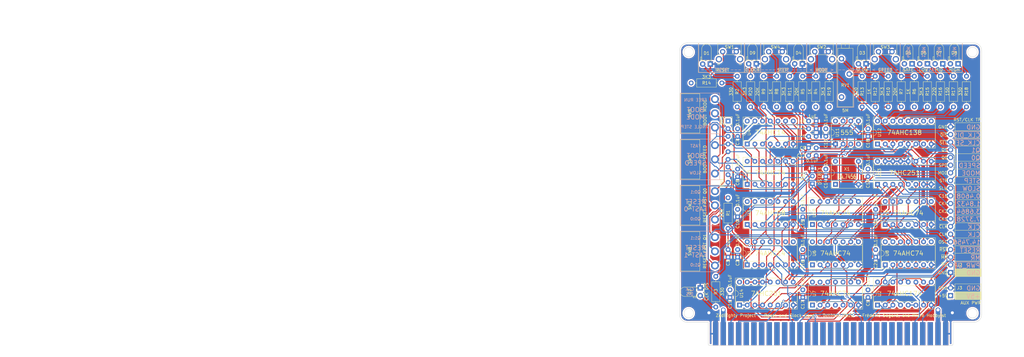
<source format=kicad_pcb>
(kicad_pcb (version 20211014) (generator pcbnew)
  (title_block (title "Clock card") (date "2022-10-23") (rev "1.1") (company "Frédéric Segard, aka Micro Hobbyist"))
  (layers (0 "F.Cu" signal) (1 "In1.Cu" power) (2 "In2.Cu" power) (31 "B.Cu" signal) (34 "B.Paste" user) (35 "F.Paste" user) (36 "B.SilkS" user "B.Silkscreen") (37 "F.SilkS" user "F.Silkscreen") (38 "B.Mask" user) (39 "F.Mask" user) (44 "Edge.Cuts" user))
  (net 0 "")
  (net 1 "+5V")
  (net 2 "GND")
  (net 3 "Net-(C5-Pad1)")
  (net 4 "Net-(C6-Pad1)")
  (net 5 "Net-(C3-Pad1)")
  (net 6 "Net-(C4-Pad1)")
  (net 7 "Net-(C9-Pad1)")
  (net 8 "Net-(C12-Pad1)")
  (net 9 "Net-(D1-Pad2)")
  (net 10 "Net-(D2-Pad2)")
  (net 11 "Net-(D3-Pad2)")
  (net 12 "Net-(D5-Pad1)")
  (net 13 "Net-(D6-Pad1)")
  (net 14 "Net-(D7-Pad1)")
  (net 15 "Net-(R2-Pad1)")
  (net 16 "/A15")
  (net 17 "/A14")
  (net 18 "/A13")
  (net 19 "/A12")
  (net 20 "/A11")
  (net 21 "/A10")
  (net 22 "/A9")
  (net 23 "/A8")
  (net 24 "/A7")
  (net 25 "/A6")
  (net 26 "/A5")
  (net 27 "/A4")
  (net 28 "/A3")
  (net 29 "/A2")
  (net 30 "/A1")
  (net 31 "/A0")
  (net 32 "/D0")
  (net 33 "/D1")
  (net 34 "/D2")
  (net 35 "/D3")
  (net 36 "/D4")
  (net 37 "/D5")
  (net 38 "/D6")
  (net 39 "/D7")
  (net 40 "/TX")
  (net 41 "/RX")
  (net 42 "/+3V3")
  (net 43 "/~{M1}")
  (net 44 "/~{RESET}")
  (net 45 "/CLK")
  (net 46 "/~{INT}")
  (net 47 "/~{MREQ}")
  (net 48 "/~{WR}")
  (net 49 "/~{RD}")
  (net 50 "/~{IORQ}")
  (net 51 "/~{MR}")
  (net 52 "/CLK2")
  (net 53 "/~{BUSAK}")
  (net 54 "/~{HALT}")
  (net 55 "/~{BUSRQ}")
  (net 56 "/~{WAIT}")
  (net 57 "/~{NMI}")
  (net 58 "/~{CLK_DIS}")
  (net 59 "/~{CLK_SEL}")
  (net 60 "/CLK4")
  (net 61 "/~{PWR_UP}")
  (net 62 "/USER1")
  (net 63 "/USER2")
  (net 64 "/USER3")
  (net 65 "/USER4")
  (net 66 "/USER5")
  (net 67 "/USER6")
  (net 68 "Net-(R10-Pad1)")
  (net 69 "Net-(U1-Pad12)")
  (net 71 "Net-(U1-Pad2)")
  (net 73 "Net-(U3-Pad2)")
  (net 74 "Net-(U2-Pad2)")
  (net 75 "Net-(U2-Pad5)")
  (net 76 "Net-(U2-Pad11)")
  (net 77 "Net-(U2-Pad10)")
  (net 78 "Net-(U2-Pad12)")
  (net 79 "Net-(U3-Pad1)")
  (net 80 "Net-(U3-Pad3)")
  (net 81 "Net-(U3-Pad4)")
  (net 82 "/Clock/FAST")
  (net 83 "Net-(U3-Pad8)")
  (net 84 "Net-(U3-Pad10)")
  (net 86 "Net-(U4-Pad2)")
  (net 87 "Net-(U4-Pad4)")
  (net 88 "Net-(U13-Pad6)")
  (net 89 "Net-(U6-Pad2)")
  (net 90 "Net-(U6-Pad12)")
  (net 91 "Net-(U7-Pad2)")
  (net 92 "Net-(R16-Pad1)")
  (net 93 "Net-(U7-Pad12)")
  (net 98 "/Clock/Yout")
  (net 99 "Net-(U7-Pad11)")
  (net 100 "Net-(U10-Pad2)")
  (net 101 "Net-(U10-Pad12)")
  (net 102 "Net-(U10-Pad11)")
  (net 103 "Net-(U5-Pad2)")
  (net 108 "Net-(R18-Pad1)")
  (net 109 "Net-(D4-Pad2)")
  (net 110 "Net-(D8-Pad1)")
  (net 111 "Net-(D9-Pad2)")
  (net 112 "/CLK1")
  (net 113 "/~{CLK}")
  (net 114 "/OSC")
  (net 115 "/CLK16")
  (net 116 "/SLOW")
  (net 117 "/STEP")
  (net 118 "/MODE")
  (net 119 "/SPEED")
  (net 120 "/Q0")
  (net 121 "/Q1")
  (net 122 "Net-(R3-Pad1)")
  (net 123 "Net-(R4-Pad2)")
  (net 124 "Net-(R6-Pad2)")
  (net 125 "Net-(R8-Pad2)")
  (net 126 "/Clock/R10")
  (net 127 "Net-(R17-Pad1)")
  (net 128 "/Clock/R13")
  (net 129 "/Clock/R9")
  (net 130 "/Clock/R12")
  (net 131 "/Clock/R20")
  (net 132 "/Clock/R24")
  (net 133 "/Clock/R25")
  (net 134 "/Clock/R21")
  (net 135 "Net-(R12-Pad2)")
  (net 136 "Net-(R13-Pad1)")
  (net 137 "Net-(R15-Pad1)")
  (net 138 "Net-(R20-Pad1)")
  (footprint "Resistor_THT:R_Axial_DIN0207_L6.3mm_D2.5mm_P10.16mm_Horizontal" (layer "F.Cu") (at 184.3786 67.056 90)
    (fp_text reference "R18")
    (fp_text value "330")
  )
  (footprint "Package_DIP:DIP-14_W7.62mm_Socket" (layer "F.Cu") (at 157.475 106.035 90)
    (fp_text reference "U9")
    (fp_text value "74AHC74")
  )
  (footprint "LED_THT:LED_D3.0mm_Horizontal_O1.27mm_Z2.0mm_Clear" (layer "F.Cu") (at 96.1954 127.02 -90)
    (fp_text reference "D2")
    (fp_text value "~{CLK DIS}")
  )
  (footprint "Resistor_THT:R_Array_SIP9" (layer "F.Cu") (at 105.41 71.74 -90)
    (fp_text reference "RN1")
    (fp_text value "3K3")
  )
  (footprint "Package_DIP:DIP-16_W7.62mm_Socket" (layer "F.Cu") (at 154.93 79.365 90)
    (fp_text reference "U12")
    (fp_text value "74AHC138")
  )
  (footprint "Capacitor_THT:C_Disc_D3.0mm_W1.6mm_P2.50mm" (layer "F.Cu") (at 154.305 114.32 -90)
    (fp_text reference "C21")
    (fp_text value "0.1uF")
  )
  (footprint "Package_DIP:DIP-14_W7.62mm_Socket" (layer "F.Cu") (at 111.76 119.37 90)
    (fp_text reference "U1")
    (fp_text value "74AHC14")
  )
  (footprint "Package_DIP:DIP-14_W7.62mm_Socket" (layer "F.Cu") (at 133.35 106.035 90)
    (fp_text reference "U10")
    (fp_text value "74AHC74")
  )
  (footprint "Resistor_THT:R_Axial_DIN0207_L6.3mm_D2.5mm_P10.16mm_Horizontal" (layer "F.Cu") (at 149.8346 56.896 -90)
    (fp_text reference "R13")
    (fp_text value "220")
  )
  (footprint "Capacitor_THT:C_Disc_D3.0mm_W1.6mm_P2.50mm" (layer "F.Cu") (at 130.175 114.32 -90)
    (fp_text reference "C16")
    (fp_text value "0.1uF")
  )
  (footprint "Resistor_THT:R_Axial_DIN0207_L6.3mm_D2.5mm_P10.16mm_Horizontal" (layer "F.Cu") (at 154.1526 67.056 90)
    (fp_text reference "R12")
    (fp_text value "1K")
  )
  (footprint "Capacitor_THT:C_Disc_D3.0mm_W2.0mm_P2.50mm" (layer "F.Cu") (at 105.41 114.32 -90)
    (fp_text reference "C3")
    (fp_text value "1uF")
  )
  (footprint "Resistor_THT:R_Axial_DIN0207_L6.3mm_D2.5mm_P10.16mm_Horizontal" (layer "F.Cu") (at 130.1496 67.056 90)
    (fp_text reference "R5")
    (fp_text value "20K")
  )
  (footprint "Resistor_THT:R_Axial_DIN0207_L6.3mm_D2.5mm_P10.16mm_Horizontal" (layer "F.Cu") (at 121.5136 67.056 90)
    (fp_text reference "R8")
    (fp_text value "1K")
  )
  (footprint "Button_Switch_THT:SW_Tactile_SPST_Angled_PTS645Vx58-2LFS" (layer "F.Cu") (at 155.225 48.7693)
    (fp_text reference "SW3")
    (fp_text value "SPEED")
  )
  (footprint "LED_THT:LED_D3.0mm_Horizontal_O1.27mm_Z2.0mm_Clear" (layer "F.Cu") (at 176.53 52.7868 180)
    (fp_text reference "D7")
    (fp_text value "MID")
  )
  (footprint "Capacitor_THT:C_Disc_D3.0mm_W1.6mm_P2.50mm" (layer "F.Cu") (at 132.1 74.295)
    (fp_text reference "C4")
    (fp_text value "1uF")
  )
  (footprint "Package_DIP:DIP-14_W7.62mm_Socket" (layer "F.Cu") (at 111.76 92.7 90)
    (fp_text reference "U5")
    (fp_text value "74AHC74")
  )
  (footprint "0_Z80_Library:Microswitch_4.7mm_spacing" (layer "F.Cu") (at 101.0686 99.6696 90)
    (fp_text reference "SW7")
    (fp_text value "RESET FAST Q0")
  )
  (footprint "Button_Switch_THT:SW_Tactile_SPST_Angled_PTS645Vx58-2LFS" (layer "F.Cu") (at 118.872 48.7706)
    (fp_text reference "SW4")
    (fp_text value "STEP")
  )
  (footprint "Package_DIP:DIP-14_W7.62mm_Socket" (layer "F.Cu") (at 111.76 106.035 90)
    (fp_text reference "U3")
    (fp_text value "74AHC08")
  )
  (footprint "Resistor_THT:R_Axial_DIN0207_L6.3mm_D2.5mm_P10.16mm_Horizontal" (layer "F.Cu") (at 171.4246 67.056 90)
    (fp_text reference "R15")
    (fp_text value "3K3")
  )
  (footprint "Capacitor_THT:C_Disc_D3.0mm_W1.6mm_P2.50mm" (layer "F.Cu") (at 108.585 87.65 -90)
    (fp_text reference "C8")
    (fp_text value "0.1uF")
  )
  (footprint "0_Z80_Library:BUS_XT" (layer "F.Cu") (at 139.39 138.39)
    (fp_text reference "J1" hide)
    (fp_text value "BUS 1")
    (fp_line (start 40.51 7.3) (end 40.51 0) (layer "Edge.Cuts") (width 0.12))
    (fp_line (start -40.11 7.7) (end 40.11 7.7) (layer "Edge.Cuts") (width 0.12))
    (fp_line (start 50 -90) (end 50 -2.5) (layer "Edge.Cuts") (width 0.12))
    (fp_line (start 47.5 0) (end 40.51 0) (layer "Edge.Cuts") (width 0.12))
    (fp_line (start -47.5 -92.5) (end 47.5 -92.5) (layer "Edge.Cuts") (width 0.12))
    (fp_line (start -50 -2.5) (end -50 -90) (layer "Edge.Cuts") (width 0.12))
    (fp_line (start -40.51 7.3) (end -40.51 0) (layer "Edge.Cuts") (width 0.12))
    (fp_line (start -47.5 0) (end -40.51 0) (layer "Edge.Cuts") (width 0.12))
    (fp_arc (start 40.51 7.3) (mid 40.392843 7.582843) (end 40.11 7.7) (layer "Edge.Cuts") (width 0.12))
    (fp_arc (start 47.5 -92.5) (mid 49.267767 -91.767767) (end 50 -90) (layer "Edge.Cuts") (width 0.12))
    (fp_arc (start -47.5 0) (mid -49.267767 -0.732233) (end -50 -2.5) (layer "Edge.Cuts") (width 0.12))
    (fp_arc (start -50 -90) (mid -49.267767 -91.767767) (end -47.5 -92.5) (layer "Edge.Cuts") (width 0.12))
    (fp_arc (start -40.11 7.7) (mid -40.392843 7.582843) (end -40.51 7.3) (layer "Edge.Cuts") (width 0.12))
    (fp_arc (start 50 -2.5) (mid 49.267767 -0.732233) (end 47.5 0) (layer "Edge.Cuts") (width 0.12))
    (fp_circle (center -47 -3) (end -45.4 -3) (layer "Edge.Cuts") (width 0.12) (fill none))
    (fp_circle (center 47 -89.5) (end 48.6 -89.5) (layer "Edge.Cuts") (width 0.12) (fill none))
    (fp_circle (center -47 -89.5) (end -45.4 -89.5) (layer "Edge.Cuts") (width 0.12) (fill none))
    (fp_circle (center 47 -3) (end 48.6 -3) (layer "Edge.Cuts") (width 0.12) (fill none))
  )
  (footprint "Resistor_THT:R_Axial_DIN0207_L6.3mm_D2.5mm_P10.16mm_Horizontal" (layer "F.Cu") (at 134.4676 67.056 90)
    (fp_text reference "R4")
    (fp_text value "1K")
  )
  (footprint "Capacitor_THT:C_Disc_D3.0mm_W1.6mm_P2.50mm" (layer "F.Cu") (at 132.1 71.755)
    (fp_text reference "C6")
    (fp_text value "1uF")
  )
  (footprint "Connector_PinSocket_2.54mm:PinSocket_1x20_P2.54mm_Horizontal" (layer "F.Cu") (at 179.1208 121.92 180)
    (fp_text reference "J2")
    (fp_text value "RST/CLK TP")
  )
  (footprint "Capacitor_THT:C_Disc_D3.0mm_W1.6mm_P2.50mm" (layer "F.Cu") (at 151.765 87.63 -90)
    (fp_text reference "C19")
    (fp_text value "0.1uF")
  )
  (footprint "0_Z80_Library:Microswitch_4.7mm_spacing" (layer "F.Cu") (at 101.0686 69.1896 90)
    (fp_text reference "SW6")
    (fp_text value "BOOT MODE")
  )
  (footprint "Package_DIP:DIP-16_W7.62mm_Socket" (layer "F.Cu") (at 154.93 132.705 90)
    (fp_text reference "U2")
    (fp_text value "74AHC174")
  )
  (footprint "LED_THT:LED_D3.0mm_Horizontal_O1.27mm_Z2.0mm_Clear" (layer "F.Cu") (at 130.028 52.7881 180)
    (fp_text reference "D4")
    (fp_text value "STEP")
  )
  (footprint "Package_DIP:DIP-14_W7.62mm_Socket" (layer "F.Cu") (at 133.35 119.37 90)
    (fp_text reference "U6")
    (fp_text value "74AHC74")
  )
  (footprint "Resistor_THT:R_Axial_DIN0207_L6.3mm_D2.5mm_P10.16mm_Horizontal" (layer "F.Cu") (at 158.4706 67.056 90)
    (fp_text reference "R10")
    (fp_text value "3K3")
  )
  (footprint "Potentiometer_THT:Potentiometer_Bourns_3006P_Horizontal" (layer "F.Cu") (at 142.997 63.7908 -90)
    (fp_text reference "RV1")
    (fp_text value "5M")
  )
  (footprint "Capacitor_THT:C_Disc_D3.0mm_W1.6mm_P2.50mm" (layer "F.Cu") (at 137.795 87.65 -90)
    (fp_text reference "C14")
    (fp_text value "0.1uF")
  )
  (footprint "Capacitor_THT:C_Disc_D3.0mm_W1.6mm_P2.50mm" (layer "F.Cu") (at 108.585 74.315 -90)
    (fp_text reference "C7")
    (fp_text value "0.1uF")
  )
  (footprint "Resistor_THT:R_Axial_DIN0207_L6.3mm_D2.5mm_P10.16mm_Horizontal" (layer "F.Cu") (at 162.7886 67.056 90)
    (fp_text reference "R7")
    (fp_text value "20K")
  )
  (footprint "Resistor_THT:R_Axial_DIN0207_L6.3mm_D2.5mm_P10.16mm_Horizontal" (layer "F.Cu") (at 167.1066 67.056 90)
    (fp_text reference "R6")
    (fp_text value "1K")
  )
  (footprint "LED_THT:LED_D3.0mm_Horizontal_O1.27mm_Z2.0mm_Clear" (layer "F.Cu") (at 114.777 52.7881 180)
    (fp_text reference "D9")
    (fp_text value "CLOCK")
  )
  (footprint "Capacitor_THT:C_Disc_D3.0mm_W1.6mm_P2.50mm" (layer "F.Cu") (at 132.1 83.185)
    (fp_text reference "C12")
    (fp_text value "0.1uF")
  )
  (footprint "Package_DIP:DIP-14_W7.62mm_Socket" (layer "F.Cu") (at 133.35 132.705 90)
    (fp_text reference "U7")
    (fp_text value "74AHC74")
  )
  (footprint "Button_Switch_THT:SW_Tactile_SPST_Angled_PTS645Vx58-2LFS" (layer "F.Cu") (at 134.123 48.7706)
    (fp_text reference "SW2")
    (fp_text value "MODE")
  )
  (footprint "Resistor_THT:R_Axial_DIN0207_L6.3mm_D2.5mm_P10.16mm_Horizontal" (layer "F.Cu") (at 105.41 107.315 90)
    (fp_text reference "R1")
    (fp_text value "10K")
  )
  (footprint "Capacitor_THT:C_Disc_D3.0mm_W1.6mm_P2.50mm" (layer "F.Cu") (at 106.045 127.655 -90)
    (fp_text reference "C11")
    (fp_text value "0.1uF")
  )
  (footprint "Capacitor_THT:C_Disc_D3.0mm_W1.6mm_P2.50mm" (layer "F.Cu") (at 134.6 80.645 180)
    (fp_text reference "C9")
    (fp_text value "0.1uF")
  )
  (footprint "Capacitor_THT:C_Disc_D3.0mm_W1.6mm_P2.50mm" (layer "F.Cu") (at 132.1 76.835)
    (fp_text reference "C5")
    (fp_text value "1uF")
  )
  (footprint "Package_DIP:DIP-14_W7.62mm_Socket" (layer "F.Cu") (at 157.475 119.37 90)
    (fp_text reference "U8")
    (fp_text value "74AHC74")
  )
  (footprint "0_Z80_Library:Microswitch_4.7mm_spacing" (layer "F.Cu") (at 101.0686 84.4296 90)
    (fp_text reference "SW5")
    (fp_text value "BOOT SPEED")
  )
  (footprint "Capacitor_THT:C_Disc_D3.0mm_W1.6mm_P2.50mm" (layer "F.Cu") (at 137.795 74.315 -90)
    (fp_text reference "C13")
    (fp_text value "0.1uF")
  )
  (footprint "Capacitor_THT:C_Disc_D3.0mm_W1.6mm_P2.50mm" (layer "F.Cu") (at 130.175 100.985 -90)
    (fp_text reference "C15")
    (fp_text value "0.1uF")
  )
  (footprint "Resistor_THT:R_Axial_DIN0207_L6.3mm_D2.5mm_P10.16mm_Horizontal" (layer "F.Cu") (at 138.9126 56.896 -90)
    (fp_text reference "R19")
    (fp_text value "3K3")
  )
  (footprint "0_Z80_Library:Microswitch_4.7mm_spacing" (layer "F.Cu") (at 101.0686 114.9096 90)
    (fp_text reference "SW8")
    (fp_text value "RESET FAST Q1")
  )
  (footprint "Capacitor_THT:C_Disc_D3.0mm_W2.0mm_P2.50mm" (layer "F.Cu") (at 108.585 114.32 -90)
    (fp_text reference "C2")
    (fp_text value "0.1uF")
  )
  (footprint "Package_DIP:DIP-16_W7.62mm_Socket" (layer "F.Cu") (at 154.93 92.7 90)
    (fp_text reference "U13")
    (fp_text value "74HC251")
  )
  (footprint "Button_Switch_THT:SW_Tactile_SPST_Angled_PTS645Vx58-2LFS" (layer "F.Cu") (at 103.632 48.768)
    (fp_text reference "SW1")
    (fp_text value "RESET")
  )
  (footprint "Resistor_THT:R_Axial_DIN0207_L6.3mm_D2.5mm_P10.16mm_Horizontal" (layer "F.Cu") (at 103.3526 59.1312 180)
    (fp_text reference "R14")
    (fp_text value "3K3")
  )
  (footprint "Capacitor_THT:C_Disc_D3.0mm_W1.6mm_P2.50mm" (layer "F.Cu") (at 130.175 127.655 -90)
    (fp_text reference "C17")
    (fp_text value "0.1uF")
  )
  (footprint "Package_TO_SOT_THT:TO-92L_Inline_Wide" (layer "F.Cu") (at 133.35 92.525 90)
    (fp_text reference "RS1")
    (fp_text value "DS1813")
  )
  (footprint "0_Z80_Library:DIP-8-4_W7.62mm_Oscillator_Socket" (layer "F.Cu") (at 140.98 92.7 90)
    (fp_text reference "X1")
    (fp_text value "14.7456MHz")
  )
  (footprint "Resistor_THT:R_Axial_DIN0207_L6.3mm_D2.5mm_P10.16mm_Horizontal" (layer "F.Cu") (at 117.1956 67.056 90)
    (fp_text reference "R9")
    (fp_text value "20K")
  )
  (footprint "Package_DIP:DIP-16_W7.62mm_Socket" (layer "F.Cu") (at 109.215 132.705 90)
    (fp_text reference "U14")
    (fp_text value "74HC251")
  )
  (footprint "Resistor_THT:R_Axial_DIN0207_L6.3mm_D2.5mm_P10.16mm_Horizontal" (layer "F.Cu") (at 101.346 123.19 -90)
    (fp_text reference "R3")
    (fp_text value "330")
  )
  (footprint "LED_THT:LED_D3.0mm_Horizontal_O1.27mm_Z2.0mm_Clear" (layer "F.Cu") (at 166.37 52.7868 180)
    (fp_text reference "D5")
    (fp_text value "SAFE")
  )
  (footprint "LED_THT:LED_D3.0mm_Horizontal_O1.27mm_Z2.0mm_Clear" (layer "F.Cu") (at 171.45 52.7868 180)
    (fp_text reference "D6")
    (fp_text value "LOW")
  )
  (footprint "Connector_PinSocket_2.54mm:PinSocket_1x02_P2.54mm_Horizontal" (layer "F.Cu") (at 179.115 129.57 180)
    (fp_text reference "J3")
    (fp_text value "AUX PWR")
  )
  (footprint "Resistor_THT:R_Axial_DIN0207_L6.3mm_D2.5mm_P10.16mm_Horizontal" (layer "F.Cu") (at 112.8776 67.056 90)
    (fp_text reference "R20")
    (fp_text value "3K3")
  )
  (footprint "LED_THT:LED_D3.0mm_Horizontal_O1.27mm_Z2.0mm_Clear" (layer "F.Cu") (at 181.61 52.7868 180)
    (fp_text reference "D8")
    (fp_text value "HIGH")
  )
  (footprint "Package_DIP:DIP-14_W7.62mm_Socket" (layer "F.Cu") (at 111.76 79.365 90)
    (fp_text reference "U4")
    (fp_text value "74AHC14")
  )
  (footprint "Package_DIP:DIP-8_W7.62mm_Socket" (layer "F.Cu") (at 140.985 79.365 90)
    (fp_text reference "U11")
    (fp_text value "LMC555")
  )
  (footprint "Capacitor_THT:C_Disc_D3.0mm_W2.0mm_P2.50mm" (layer "F.Cu") (at 151.765 127.655 -90)
    (fp_text reference "C1")
    (fp_text value "0.1uF")
  )
  (footprint "Resistor_THT:R_Axial_DIN0207_L6.3mm_D2.5mm_P10.16mm_Horizontal" (layer "F.Cu") (at 125.8316 67.056 90)
    (fp_text reference "R11")
    (fp_text value "3K3")
  )
  (footprint "Capacitor_THT:C_Disc_D3.0mm_W1.6mm_P2.50mm" (layer "F.Cu") (at 154.305 100.985 -90)
    (fp_text reference "C20")
    (fp_text value "0.1uF")
  )
  (footprint "Resistor_THT:R_Axial_DIN0207_L6.3mm_D2.5mm_P10.16mm_Horizontal" (layer "F.Cu") (at 175.7426 67.056 90)
    (fp_text reference "R16")
    (fp_text value "220")
  )
  (footprint "Capacitor_THT:C_Disc_D3.0mm_W1.6mm_P2.50mm" (layer "F.Cu") (at 151.765 74.315 -90)
    (fp_text reference "C18")
    (fp_text value "0.1uF")
  )
  (footprint "Capacitor_THT:C_Disc_D3.0mm_W1.6mm_P2.50mm" (layer "F.Cu") (at 108.585 100.985 -90)
    (fp_text reference "C10")
    (fp_text value "0.1uF")
  )
  (footprint "LED_THT:LED_D3.0mm_Horizontal_O1.27mm_Z2.0mm_Clear" (layer "F.Cu") (at 99.548 52.863 180)
    (fp_text reference "D1")
    (fp_text value "RESET")
  )
  (footprint "Resistor_THT:R_Axial_DIN0207_L6.3mm_D2.5mm_P10.16mm_Horizontal" (layer "F.Cu") (at 108.4326 67.056 90)
    (fp_text reference "R2")
    (fp_text value "330")
  )
  (footprint "LED_THT:LED_D3.0mm_Horizontal_O1.27mm_Z2.0mm_Clear" (layer "F.Cu") (at 151.13 52.7868 180)
    (fp_text reference "D3")
    (fp_text value "SLOW")
  )
  (footprint "Resistor_THT:R_Axial_DIN0207_L6.3mm_D2.5mm_P10.16mm_Horizontal" (layer "F.Cu") (at 180.0606 67.056 90)
    (fp_text reference "R17")
    (fp_text value "150")
  )
  (gr_line (start 152.527 55.626) (end 162.433 55.626) (layer "B.SilkS") (width 0.15))
  (gr_line (start 89.662 62.484) (end 102.616 62.484) (layer "B.SilkS") (width 0.15))
  (gr_line (start 89.662 91.186) (end 89.662 77.724) (layer "B.SilkS") (width 0.15))
  (gr_line (start 147.066 67.183) (end 141.478 67.183) (layer "B.SilkS") (width 0.15))
  (gr_line (start 110.871 55.626) (end 116.205 55.626) (layer "B.SilkS") (width 0.15))
  (gr_line (start 162.433 55.626) (end 162.433 45.974) (layer "B.SilkS") (width 0.15))
  (gr_line (start 102.616 106.426) (end 89.662 106.426) (layer "B.SilkS") (width 0.15))
  (gr_line (start 141.478 55.626) (end 141.351 55.626) (layer "B.SilkS") (width 0.15))
  (gr_line (start 102.616 108.204) (end 102.616 121.666) (layer "B.SilkS") (width 0.15))
  (gr_line (start 89.662 106.426) (end 89.662 92.964) (layer "B.SilkS") (width 0.15))
  (gr_line (start 141.478 67.183) (end 141.478 55.626) (layer "B.SilkS") (width 0.15))
  (gr_line (start 102.616 121.666) (end 89.662 121.666) (layer "B.SilkS") (width 0.15))
  (gr_line (start 131.445 55.626) (end 131.445 45.974) (layer "B.SilkS") (width 0.15))
  (gr_line (start 102.616 62.484) (end 102.616 75.946) (layer "B.SilkS") (width 0.15))
  (gr_line (start 141.351 55.626) (end 141.351 45.974) (layer "B.SilkS") (width 0.15))
  (gr_line (start 102.616 75.946) (end 89.662 75.946) (layer "B.SilkS") (width 0.15))
  (gr_line (start 89.662 92.964) (end 102.616 92.964) (layer "B.SilkS") (width 0.15))
  (gr_line (start 102.616 77.724) (end 102.616 91.186) (layer "B.SilkS") (width 0.15))
  (gr_line (start 183.007 55.626) (end 183.007 45.974) (layer "B.SilkS") (width 0.15))
  (gr_line (start 89.662 121.666) (end 89.662 108.204) (layer "B.SilkS") (width 0.15))
  (gr_line (start 147.066 55.626) (end 147.066 67.183) (layer "B.SilkS") (width 0.15))
  (gr_line (start 89.662 108.204) (end 102.616 108.204) (layer "B.SilkS") (width 0.15))
  (gr_line (start 147.066 55.626) (end 152.527 55.626) (layer "B.SilkS") (width 0.15))
  (gr_line (start 162.433 55.626) (end 183.007 55.626) (layer "B.SilkS") (width 0.15))
  (gr_line (start 89.662 77.724) (end 102.616 77.724) (layer "B.SilkS") (width 0.15))
  (gr_line (start 89.662 75.946) (end 89.662 62.484) (layer "B.SilkS") (width 0.15))
  (gr_line (start 152.527 55.626) (end 152.527 45.974) (layer "B.SilkS") (width 0.15))
  (gr_line (start 102.616 92.964) (end 102.616 106.426) (layer "B.SilkS") (width 0.15))
  (gr_line (start 95.631 45.974) (end 95.631 55.626) (layer "B.SilkS") (width 0.15))
  (gr_line (start 131.445 55.626) (end 141.351 55.626) (layer "B.SilkS") (width 0.15))
  (gr_line (start 95.631 55.626) (end 110.871 55.626) (layer "B.SilkS") (width 0.15))
  (gr_line (start 110.871 55.626) (end 110.871 45.974) (layer "B.SilkS") (width 0.15))
  (gr_line (start 116.205 55.626) (end 131.445 55.626) (layer "B.SilkS") (width 0.15))
  (gr_line (start 116.205 55.626) (end 116.205 45.974) (layer "B.SilkS") (width 0.15))
  (gr_line (start 102.616 91.186) (end 89.662 91.186) (layer "B.SilkS") (width 0.15))
  (gr_line (start 152.527 55.626) (end 162.433 55.626) (layer "F.SilkS") (width 0.15))
  (gr_line (start 162.433 55.626) (end 162.433 45.974) (layer "F.SilkS") (width 0.15))
  (gr_line (start 183.007 55.626) (end 183.007 45.974) (layer "F.SilkS") (width 0.15))
  (gr_line (start 116.205 55.626) (end 131.445 55.626) (layer "F.SilkS") (width 0.15))
  (gr_line (start 95.631 55.626) (end 95.631 45.974) (layer "F.SilkS") (width 0.15))
  (gr_line (start 147.193 55.626) (end 152.527 55.626) (layer "F.SilkS") (width 0.15))
  (gr_line (start 162.433 55.626) (end 183.007 55.626) (layer "F.SilkS") (width 0.15))
  (gr_line (start 110.871 45.974) (end 110.871 55.626) (layer "F.SilkS") (width 0.15))
  (gr_line (start 110.871 55.626) (end 116.205 55.626) (layer "F.SilkS") (width 0.15))
  (gr_line (start 131.445 55.626) (end 131.445 45.974) (layer "F.SilkS") (width 0.15))
  (gr_line (start 141.351 55.626) (end 141.351 45.974) (layer "F.SilkS") (width 0.15))
  (gr_line (start 152.527 55.626) (end 152.527 45.974) (layer "F.SilkS") (width 0.15))
  (gr_line (start 131.445 55.626) (end 141.351 55.626) (layer "F.SilkS") (width 0.15))
  (gr_line (start 110.871 55.626) (end 95.631 55.626) (layer "F.SilkS") (width 0.15))
  (gr_line (start 116.205 55.626) (end 116.205 45.974) (layer "F.SilkS") (width 0.15))
  (gr_text "+5V" (at 189.103 129.794) (layer "B.SilkS") (effects (font (size 1.5 1.5) (thickness 0.2)) (justify left mirror)))
  (gr_text "Q0:0" (at 94.615 104.14) (layer "B.SilkS") (effects (font (size 1 1)) (justify mirror)))
  (gr_text "Q0:1" (at 94.615 95.25) (layer "B.SilkS") (effects (font (size 1 1)) (justify mirror)))
  (gr_text "< SPEED >" (at 157.48 54.737) (layer "B.SilkS") (effects (font (size 1 1)) (justify mirror)))
  (gr_text "Q1" (at 189.103 81.407) (layer "B.SilkS") (effects (font (size 1.5 1.5) (thickness 0.2)) (justify left mirror)))
  (gr_text "~{CLK_SEL}" (at 189.103 78.994) (layer "B.SilkS") (effects (font (size 1.5 1.5) (thickness 0.2)) (justify left mirror)))
  (gr_text "FAST" (at 94.615 80.01) (layer "B.SilkS") (effects (font (size 1 1)) (justify mirror)))
  (gr_text "0.4608" (at 189.103 96.647) (layer "B.SilkS") (effects (font (size 1.5 1.5) (thickness 0.2)) (justify left mirror)))
  (gr_text "FREE RUN" (at 94.615 64.77) (layer "B.SilkS") (effects (font (size 1 1)) (justify mirror)))
  (gr_text "RESET\nFAST 1" (at 94.615 114.935) (layer "B.SilkS") (effects (font (size 1.5 1.5) (thickness 0.2)) (justify mirror)))
  (gr_text "7.4M" (at 180.34 48.895 270) (layer "B.SilkS") (effects (font (size 1 1)) (justify mirror)))
  (gr_text "MODE" (at 189.103 89.027) (layer "B.SilkS") (effects (font (size 1.5 1.5) (thickness 0.2)) (justify left mirror)))
  (gr_text "STEP" (at 189.103 91.567) (layer "B.SilkS") (effects (font (size 1.5 1.5) (thickness 0.2)) (justify left mirror)))
  (gr_text "SPEED" (at 189.103 86.487) (layer "B.SilkS") (effects (font (size 1.5 1.5) (thickness 0.2)) (justify left mirror)))
  (gr_text "CLOCK" (at 113.538 54.737) (layer "B.SilkS") (effects (font (size 1 1)) (justify mirror)))
  (gr_text "~{CLK}" (at 189.103 106.934) (layer "B.SilkS") (effects (font (size 1.5 1.5) (thickness 0.2)) (justify left mirror)))
  (gr_text "-- SLOW --" (at 147.066 54.737) (layer "B.SilkS") (effects (font (size 1 1)) (justify mirror)))
  (gr_text "Q1:0" (at 94.615 119.38) (layer "B.SilkS") (effects (font (size 1 1)) (justify mirror)))
  (gr_text "14.7456" (at 189.103 111.887) (layer "B.SilkS") (effects (font (size 1.5 1.455) (thickness 0.2)) (justify left mirror)))
  (gr_text "< MODE >" (at 136.398 54.737) (layer "B.SilkS") (effects (font (size 1 1)) (justify mirror)))
  (gr_text "------ FAST ------" (at 172.72 54.864) (layer "B.SilkS") (effects (font (size 1 1)) (justify mirror)))
  (gr_text "SLOW" (at 189.103 94.107) (layer "B.SilkS") (effects (font (size 1.5 1.5) (thickness 0.2)) (justify left mirror)))
  (gr_text "BOOT\nMODE" (at 94.615 69.215) (layer "B.SilkS") (effects (font (size 1.5 1.5) (thickness 0.2)) (justify mirror)))
  (gr_text "3.6864" (at 189.103 101.727) (layer "B.SilkS") (effects (font (size 1.5 1.5) (thickness 0.2)) (justify left mirror)))
  (gr_text "~{PWR_UP}" (at 189.103 119.634) (layer "B.SilkS") (effects (font (size 1.5 1.5) (thickness 0.2)) (justify left mirror)))
  (gr_text "~{CLK_DIS}" (at 189.103 76.454) (layer "B.SilkS") (effects (font (size 1.5 1.5) (thickness 0.2)) (justify left mirror)))
  (gr_text "RESET\nFAST 0" (at 94.615 99.695) (layer "B.SilkS") (effects (font (size 1.5 1.5) (thickness 0.2)) (justify mirror)))
  (gr_text "GND" (at 189.103 127.127) (layer "B.SilkS") (effects (font (size 1.5 1.5) (thickness 0.2)) (justify left mirror)))
  (gr_text "--- RESET ---" (at 103.124 54.737) (layer "B.SilkS") (effects (font (size 1 1)) (justify mirror)))
  (gr_text "---- STEP ----" (at 123.825 54.737) (layer "B.SilkS") (effects (font (size 1 1)) (justify mirror)))
  (gr_text "GND" (at 189.103 122.047) (layer "B.SilkS") (effects (font (size 1.5 1.5) (thickness 0.2)) (justify left mirror)))
  (gr_text "BOOT\nSPEED" (at 94.615 84.455) (layer "B.SilkS") (effects (font (size 1.5 1.5) (thickness 0.2)) (justify mirror)))
  (gr_text "JLCJLCJLCJLC" (at 139.192 136.144) (layer "B.SilkS") (effects (font (size 1 1)) (justify mirror)))
  (gr_text "~{RESET}" (at 189.103 114.554) (layer "B.SilkS") (effects (font (size 1.5 1.5) (thickness 0.2)) (justify left mirror)))
  (gr_text "CLK\nDIS" (at 92.71 128.27) (layer "B.SilkS") (effects (font (size 1 1)) (justify mirror)))
  (gr_text "~{MR}" (at 189.103 117.094) (layer "B.SilkS") (effects (font (size 1.5 1.5) (thickness 0.2)) (justify left mirror)))
  (gr_text "Q1:1" (at 94.615 110.49) (layer "B.SilkS") (effects (font (size 1 1)) (justify mirror)))
  (gr_text "1.8432" (at 189.103 99.187) (layer "B.SilkS") (effects (font (size 1.5 1.5) (thickness 0.2)) (justify left mirror)))
  (gr_text "1.8M" (at 170.18 48.895 270) (layer "B.SilkS") (effects (font (size 1 1)) (justify mirror)))
  (gr_text "3.6M" (at 175.26 48.895 270) (layer "B.SilkS") (effects (font (size 1 1)) (justify mirror)))
  (gr_text "SLOW" (at 94.615 88.9) (layer "B.SilkS") (effects (font (size 1 1)) (justify mirror)))
  (gr_text "CLK" (at 189.103 109.347) (layer "B.SilkS") (effects (font (size 1.5 1.5) (thickness 0.2)) (justify left mirror)))
  (gr_text "Q0" (at 189.103 83.947) (layer "B.SilkS") (effects (font (size 1.5 1.5) (thickness 0.2)) (justify left mirror)))
  (gr_text "7.3728" (at 189.103 104.267) (layer "B.SilkS") (effects (font (size 1.5 1.5) (thickness 0.2)) (justify left mirror)))
  (gr_text "SINGLE STEP" (at 94.615 73.66) (layer "B.SilkS") (effects (font (size 1 1)) (justify mirror)))
  (gr_text "460K" (at 165.1 48.895 270) (layer "B.SilkS") (effects (font (size 1 1)) (justify mirror)))
  (gr_text "GND" (at 189.103 73.787) (layer "B.SilkS") (effects (font (size 1.5 1.5) (thickness 0.2)) (justify left mirror)))
  (gr_text "MOD" (at 178.2064 88.9508) (layer "F.SilkS") (effects (font (size 1 1)) (justify right)))
  (gr_text "~{SEL}" (at 178.2064 78.9432) (layer "F.SilkS") (effects (font (size 1 1)) (justify right)))
  (gr_text "OSC" (at 178.2064 111.8108) (layer "F.SilkS") (effects (font (size 1 1)) (justify right)))
  (gr_text "~{MR}" (at 178.2064 116.8908) (layer "F.SilkS") (effects (font (size 1 1)) (justify right)))
  (gr_text "SLW" (at 178.2064 94.0308) (layer "F.SilkS") (effects (font (size 1 1)) (justify right)))
  (gr_text "GND" (at 178.2064 73.7108) (layer "F.SilkS") (effects (font (size 1 1)) (justify right)))
  (gr_text "Q1" (at 178.2064 81.3308) (layer "F.SilkS") (effects (font (size 1 1)) (justify right)))
  (gr_text "CK2" (at 178.2064 101.6508) (layer "F.SilkS") (effects (font (size 1 1)) (justify right)))
  (gr_text "C16" (at 178.2064 96.5708) (layer "F.SilkS") (effects (font (size 1 1)) (justify right)))
  (gr_text "Q0" (at 178.2064 83.8708) (layer "F.SilkS") (effects (font (size 1 1)) (justify right)))
  (gr_text "~{CLK}" (at 178.2064 106.7308) (layer "F.SilkS") (effects (font (size 1 1)) (justify right)))
  (gr_text "~{DIS}" (at 178.2064 76.4032) (layer "F.SilkS") (effects (font (size 1 1)) (justify right)))
  (gr_text "14.7456" (at 144.78 90.17) (layer "F.SilkS") (effects (font (size 1.5 1) (thickness 0.2))))
  (gr_text "555" (at 144.78 75.565) (layer "F.SilkS") (effects (font (size 1.5 1.5) (thickness 0.2))))
  (gr_text "+5V" (at 178.2064 129.5908) (layer "F.SilkS") (effects (font (size 1 1)) (justify right)))
  (gr_text "GND" (at 178.1302 121.9708) (layer "F.SilkS") (effects (font (size 1 1)) (justify right)))
  (gr_text "CK4" (at 178.2064 99.1108) (layer "F.SilkS") (effects (font (size 1 1)) (justify right)))
  (gr_text "~{RST}" (at 178.2064 114.3508) (layer "F.SilkS") (effects (font (size 1 1)) (justify right)))
  (gr_text "GND" (at 178.2064 127.0508) (layer "F.SilkS") (effects (font (size 1 1)) (justify right)))
  (gr_text "~{PU}" (at 178.2064 119.4308) (layer "F.SilkS") (effects (font (size 1 1)) (justify right)))
  (gr_text "CK1" (at 178.2064 104.1908) (layer "F.SilkS") (effects (font (size 1 1)) (justify right)))
  (gr_text "SPD" (at 178.2064 86.4108) (layer "F.SilkS") (effects (font (size 1 1)) (justify right)))
  (gr_text "ZedEighty Project - Reset and Clock Card - October 2022 - Frédéric Segard, aka Micro Hobbyist" (at 139.446 136.144) (layer "F.SilkS") (effects (font (size 1 1))))
  (gr_text "STP" (at 178.2064 91.4908) (layer "F.SilkS") (effects (font (size 1 1)) (justify right)))
  (gr_text "CLK" (at 178.2064 109.2708) (layer "F.SilkS") (effects (font (size 1 1)) (justify right)))
  (segment (start 103.83 142.2) (end 103.83 134.295) (width 1.5) (layer "F.Cu") (net 1))
  (segment (start 174.95 142.2) (end 174.95 134.295) (width 1.5) (layer "F.Cu") (net 1))
  (via (at 174.95 134.295) (size 1.5) (drill 1) (layers "F.Cu" "B.Cu") (net 1))
  (via (at 103.83 134.295) (size 1.5) (drill 1) (layers "F.Cu" "B.Cu") (net 1))
  (segment (start 174.95 142.2) (end 174.95 134.295) (width 1.5) (layer "B.Cu") (net 1))
  (segment (start 103.83 142.2) (end 103.83 134.295) (width 1.5) (layer "B.Cu") (net 1))
  (segment (start 177.49 137.47) (end 179.705 135.255) (width 1.5) (layer "F.Cu") (net 2))
  (segment (start 101.29 137.485) (end 99.06 135.255) (width 1.5) (layer "F.Cu") (net 2))
  (segment (start 177.49 142.2) (end 177.49 139.28) (width 1.5) (layer "F.Cu") (net 2))
  (segment (start 177.49 139.28) (end 177.49 137.47) (width 1.5) (layer "F.Cu") (net 2))
  (segment (start 177.49 142.2) (end 177.49 139.28) (width 1.5) (layer "F.Cu") (net 2))
  (segment (start 101.29 142.2) (end 101.29 137.485) (width 1.5) (layer "F.Cu") (net 2))
  (via (at 179.705 135.255) (size 1.5) (drill 1) (layers "F.Cu" "B.Cu") (net 2))
  (via (at 99.06 135.255) (size 1.5) (drill 1) (layers "F.Cu" "B.Cu") (net 2))
  (segment (start 101.29 142.2) (end 101.29 137.485) (width 1.5) (layer "B.Cu") (net 2))
  (segment (start 177.49 137.47) (end 179.705 135.255) (width 1.5) (layer "B.Cu") (net 2))
  (segment (start 177.49 142.2) (end 177.49 137.47) (width 1.5) (layer "B.Cu") (net 2))
  (segment (start 101.29 137.485) (end 99.06 135.255) (width 1.5) (layer "B.Cu") (net 2))
  (segment (start 132.1 76.835) (end 133.2927 78.0277) (width 0.333) (layer "F.Cu") (net 3))
  (segment (start 138.9159 78.0277) (end 144.795 72.1486) (width 0.333) (layer "F.Cu") (net 3))
  (segment (start 149.0166 65.8891) (end 161.6217 65.8891) (width 0.333) (layer "F.Cu") (net 3))
  (segment (start 161.6217 65.8891) (end 162.7886 67.056) (width 0.333) (layer "F.Cu") (net 3))
  (segment (start 144.795 70.1107) (end 149.0166 65.8891) (width 0.333) (layer "F.Cu") (net 3))
  (segment (start 144.795 72.1486) (end 144.795 70.1107) (width 0.333) (layer "F.Cu") (net 3))
  (segment (start 133.2927 78.0277) (end 138.9159 78.0277) (width 0.333) (layer "F.Cu") (net 3))
  (segment (start 119.37 76.835) (end 120.2451 76.835) (width 0.333) (layer "B.Cu") (net 3))
  (segment (start 120.2451 76.835) (end 132.1 76.835) (width 0.333) (layer "B.Cu") (net 3))
  (segment (start 116.84 79.365) (end 119.37 76.835) (width 0.333) (layer "B.Cu") (net 3))
  (segment (start 121.92 78.1982) (end 120.7532 77.0314) (width 0.333) (layer "F.Cu") (net 4))
  (segment (start 120.7532 77.0314) (end 120.7532 70.6136) (width 0.333) (layer "F.Cu") (net 4))
  (segment (start 121.92 79.365) (end 121.92 78.1982) (width 0.333) (layer "F.Cu") (net 4))
  (segment (start 120.7532 70.6136) (end 117.1956 67.056) (width 0.333) (layer "F.Cu") (net 4))
  (segment (start 119.7433 69.6037) (end 117.1956 67.056) (width 0.333) (layer "B.Cu") (net 4))
  (segment (start 132.1 71.755) (end 129.9487 69.6037) (width 0.333) (layer "B.Cu") (net 4))
  (segment (start 129.9487 69.6037) (end 119.7433 69.6037) (width 0.333) (layer "B.Cu") (net 4))
  (segment (start 105.41 107.315) (end 105.41 114.32) (width 0.333) (layer "F.Cu") (net 5))
  (segment (start 114.1462 99.5819) (end 106.4131 107.315) (width 0.333) (layer "B.Cu") (net 5))
  (segment (start 120.65 98.0127) (end 120.65 98.7974) (width 0.333) (layer "B.Cu") (net 5))
  (segment (start 120.65 98.7974) (end 119.8655 99.5819) (width 0.333) (layer "B.Cu") (net 5))
  (segment (start 105.41 114.32) (end 106.66 115.57) (width 0.333) (layer "B.Cu") (net 5))
  (segment (start 106.66 115.57) (end 109.1268 115.57) (width 0.333) (layer "B.Cu") (net 5))
  (segment (start 126.0811 96.8752) (end 121.7875 96.8752) (width 0.333) (layer "B.Cu") (net 5))
  (segment (start 119.8655 99.5819) (end 114.1462 99.5819) (width 0.333) (layer "B.Cu") (net 5))
  (segment (start 106.4131 107.315) (end 105.41 107.315) (width 0.333) (layer "B.Cu") (net 5))
  (segment (start 111.76 119.37) (end 111.76 118.2032) (width 0.333) (layer "B.Cu") (net 5))
  (segment (start 133.35 89.985) (end 132.9713 89.985) (width 0.333) (layer "B.Cu") (net 5))
  (segment (start 121.7875 96.8752) (end 120.65 98.0127) (width 0.333) (layer "B.Cu") (net 5))
  (segment (start 132.9713 89.985) (end 126.0811 96.8752) (width 0.333) (layer "B.Cu") (net 5))
  (segment (start 109.1268 115.57) (end 111.76 118.2032) (width 0.333) (layer "B.Cu") (net 5))
  (segment (start 132.1 74.295) (end 130.1496 72.3446) (width 0.333) (layer "F.Cu") (net 6))
  (segment (start 130.1496 72.3446) (end 130.1496 67.056) (width 0.333) (layer "F.Cu") (net 6))
  (segment (start 111.76 79.365) (end 111.76 79.248) (width 0.333) (layer "B.Cu") (net 6))
  (segment (start 117.7051 74.295) (end 132.1 74.295) (width 0.333) (layer "B.Cu") (net 6))
  (segment (start 116.713 74.295) (end 117.7051 74.295) (width 0.333) (layer "B.Cu") (net 6))
  (segment (start 111.76 79.248) (end 116.713 74.295) (width 0.333) (layer "B.Cu") (net 6))
  (segment (start 146.065 71.745) (end 146.065 72.9118) (width 0.333) (layer "F.Cu") (net 7))
  (segment (start 146.065 71.745) (end 149.8346 67.9754) (width 0.333) (layer "F.Cu") (net 7))
  (segment (start 149.8346 67.9754) (end 149.8346 67.056) (width 0.333) (layer "F.Cu") (net 7))
  (segment (start 143.525 75.4518) (end 146.065 72.9118) (width 0.333) (layer "F.Cu") (net 7))
  (segment (start 143.525 79.365) (end 143.525 75.4518) (width 0.333) (layer "F.Cu") (net 7))
  (segment (start 142.245 80.645) (end 141.8804 80.645) (width 0.333) (layer "B.Cu") (net 7))
  (segment (start 134.6 80.645) (end 141.8804 80.645) (width 0.333) (layer "B.Cu") (net 7))
  (segment (start 143.525 79.365) (end 142.245 80.645) (width 0.333) (layer "B.Cu") (net 7))
  (segment (start 148.605 72.9118) (end 144.795 76.7218) (width 0.333) (layer "F.Cu") (net 8))
  (segment (start 142.7374 81.8119) (end 133.4731 81.8119) (width 0.333) (layer "F.Cu") (net 8))
  (segment (start 148.605 71.745) (end 148.605 72.9118) (width 0.333) (layer "F.Cu") (net 8))
  (segment (start 144.795 76.7218) (end 144.795 79.7543) (width 0.333) (layer "F.Cu") (net 8))
  (segment (start 133.4731 81.8119) (end 132.1 83.185) (width 0.333) (layer "F.Cu") (net 8))
  (segment (start 144.795 79.7543) (end 142.7374 81.8119) (width 0.333) (layer "F.Cu") (net 8))
  (segment (start 108.4326 56.896) (end 101.041 56.896) (width 0.333) (layer "B.Cu") (net 9))
  (segment (start 101.041 56.896) (end 97.008 52.863) (width 0.333) (layer "B.Cu") (net 9))
  (segment (start 96.1954 129.56) (end 96.3892 129.56) (width 0.333) (layer "B.Cu") (net 10))
  (segment (start 96.3892 129.56) (end 100.1792 133.35) (width 0.333) (layer "B.Cu") (net 10))
  (segment (start 101.346 133.35) (end 100.1792 133.35) (width 0.333) (layer "B.Cu") (net 10))
  (segment (start 158.4706 56.896) (end 157.3038 56.896) (width 0.333) (layer "B.Cu") (net 11))
  (segment (start 151.5324 55.7292) (end 156.137 55.7292) (width 0.333) (layer "B.Cu") (net 11))
  (segment (start 156.137 55.7292) (end 157.3038 56.896) (width 0.333) (layer "B.Cu") (net 11))
  (segment (start 148.59 52.7868) (end 151.5324 55.7292) (width 0.333) (layer "B.Cu") (net 11))
  (segment (start 166.37 52.7868) (end 170.4792 56.896) (width 0.333) (layer "B.Cu") (net 12))
  (segment (start 170.4792 56.896) (end 171.4246 56.896) (width 0.333) (layer "B.Cu") (net 12))
  (segment (start 171.6334 52.7868) (end 171.45 52.7868) (width 0.333) (layer "B.Cu") (net 13))
  (segment (start 175.7426 56.896) (end 171.6334 52.7868) (width 0.333) (layer "B.Cu") (net 13))
  (segment (start 180.0606 56.896) (end 176.53 53.3654) (width 0.333) (layer "B.Cu") (net 14))
  (segment (start 176.53 53.3654) (end 176.53 52.7868) (width 0.333) (layer "B.Cu") (net 14))
  (segment (start 113.1331 112.3683) (end 113.1331 82.959) (width 0.333) (layer "F.Cu") (net 15))
  (segment (start 113.1331 82.959) (end 109.7518 79.5777) (width 0.333) (layer "F.Cu") (net 15))
  (segment (start 113.5258 114.1914) (end 113.5258 112.761) (width 0.333) (layer "F.Cu") (net 15))
  (segment (start 109.7518 68.3752) (end 108.4326 67.056) (width 0.333) (layer "F.Cu") (net 15))
  (segment (start 109.7518 79.5777) (end 109.7518 68.3752) (width 0.333) (layer "F.Cu") (net 15))
  (segment (start 113.5258 112.761) (end 113.1331 112.3683) (width 0.333) (layer "F.Cu") (net 15))
  (via (at 113.5258 114.1914) (size 0.8) (drill 0.4) (layers "F.Cu" "B.Cu") (net 15))
  (segment (start 113.5258 114.1914) (end 119.2814 114.1914) (width 0.333) (layer "B.Cu") (net 15))
  (segment (start 119.2814 114.1914) (end 124.46 119.37) (width 0.333) (layer "B.Cu") (net 15))
  (segment (start 160.015 120.5368) (end 156.2 124.3518) (width 0.333) (layer "F.Cu") (net 32))
  (segment (start 156.2 124.3518) (end 156.2 125.4766) (width 0.333) (layer "F.Cu") (net 32))
  (segment (start 131.77 142.2) (end 131.77 138.0232) (width 0.333) (layer "F.Cu") (net 32))
  (segment (start 156.2 125.4766) (end 152.7716 128.905) (width 0.333) (layer "F.Cu") (net 32))
  (segment (start 142.405 138.0232) (end 131.77 138.0232) (width 0.333) (layer "F.Cu") (net 32))
  (segment (start 150.6993 128.905) (end 147.32 132.2843) (width 0.333) (layer "F.Cu") (net 32))
  (segment (start 147.32 133.1082) (end 142.405 138.0232) (width 0.333) (layer "F.Cu") (net 32))
  (segment (start 147.32 132.2843) (end 147.32 133.1082) (width 0.333) (layer "F.Cu") (net 32))
  (segment (start 152.7716 128.905) (end 150.6993 128.905) (width 0.333) (layer "F.Cu") (net 32))
  (segment (start 160.015 119.37) (end 160.015 120.5368) (width 0.333) (layer "F.Cu") (net 32))
  (segment (start 151.2619 123.0431) (end 151.2619 123.0581) (width 0.333) (layer "F.Cu") (net 33))
  (segment (start 140.5346 137.4035) (end 144.78 133.1581) (width 0.333) (layer "F.Cu") (net 33))
  (segment (start 129.23 138.0232) (end 129.8497 137.4035) (width 0.333) (layer "F.Cu") (net 33))
  (segment (start 151.2619 125.1691) (end 151.2619 123.0581) (width 0.333) (layer "F.Cu") (net 33))
  (segment (start 129.23 142.2) (end 129.23 138.0232) (width 0.333) (layer "F.Cu") (net 33))
  (segment (start 144.78 131.651) (end 151.2619 125.1691) (width 0.333) (layer "F.Cu") (net 33))
  (segment (start 144.78 133.1581) (end 144.78 131.651) (width 0.333) (layer "F.Cu") (net 33))
  (segment (start 129.8497 137.4035) (end 140.5346 137.4035) (width 0.333) (layer "F.Cu") (net 33))
  (segment (start 162.555 111.75) (end 151.2619 123.0431) (width 0.333) (layer "F.Cu") (net 33))
  (segment (start 177.904 118.1632) (end 173.2158 122.8514) (width 0.333) (layer "B.Cu") (net 44))
  (segment (start 180.3376 122.922) (end 180.3376 118.8759) (width 0.333) (layer "B.Cu") (net 44))
  (segment (start 179.6249 118.1632) (end 177.904 118.1632) (width 0.333) (layer "B.Cu") (net 44))
  (segment (start 157.47 125.085) (end 157.47 123.9182) (width 0.333) (layer "B.Cu") (net 44))
  (segment (start 173.2158 122.8514) (end 157.8701 122.8514) (width 0.333) (layer "B.Cu") (net 44))
  (segment (start 157.47 123.9182) (end 157.47 123.2515) (width 0.333) (layer "B.Cu") (net 44))
  (segment (start 169.87 137.1986) (end 174.7344 132.3342) (width 0.333) (layer "B.Cu") (net 44))
  (segment (start 180.3376 118.8759) (end 179.6249 118.1632) (width 0.333) (layer "B.Cu") (net 44))
  (segment (start 121.92 119.37) (end 122.7951 119.37) (width 0.333) (layer "B.Cu") (net 44))
  (segment (start 122.7951 119.37) (end 123.0868 119.6617) (width 0.333) (layer "B.Cu") (net 44))
  (segment (start 174.7344 128.5252) (end 180.3376 122.922) (width 0.333) (layer "B.Cu") (net 44))
  (segment (start 174.7344 132.3342) (end 174.7344 128.5252) (width 0.333) (layer "B.Cu") (net 44))
  (segment (start 179.1208 114.3) (end 177.904 115.5168) (width 0.333) (layer "B.Cu") (net 44))
  (segment (start 157.47 123.2515) (end 126.6766 123.2515) (width 0.333) (layer "B.Cu") (net 44))
  (segment (start 177.904 118.1632) (end 177.904 116.2772) (width 0.333) (layer "B.Cu") (net 44))
  (segment (start 126.6766 123.2515) (end 123.0868 119.6617) (width 0.333) (layer "B.Cu") (net 44))
  (segment (start 177.904 115.5168) (end 177.904 116.2772) (width 0.333) (layer "B.Cu") (net 44))
  (segment (start 157.8701 122.8514) (end 157.47 123.2515) (width 0.333) (layer "B.Cu") (net 44))
  (segment (start 169.87 142.2) (end 169.87 137.1986) (width 0.333) (layer "B.Cu") (net 44))
  (segment (start 123.1749 128.9051) (end 119.375 132.705) (width 0.333) (layer "F.Cu") (net 45))
  (segment (start 124.05 128.9051) (end 123.1749 128.9051) (width 0.333) (layer "F.Cu") (net 45))
  (segment (start 178.5182 118.11) (end 179.5813 118.11) (width 0.333) (layer "F.Cu") (net 45))
  (segment (start 172.71 123.9182) (end 178.5182 118.11) (width 0.333) (layer "F.Cu") (net 45))
  (segment (start 180.3376 111.1972) (end 180.3376 110.4368) (width 0.333) (layer "F.Cu") (net 45))
  (segment (start 179.5813 118.11) (end 180.3376 117.3537) (width 0.333) (layer "F.Cu") (net 45))
  (segment (start 180.3376 110.4368) (end 179.1208 109.22) (width 0.333) (layer "F.Cu") (net 45))
  (segment (start 124.05 128.9051) (end 125.9553 128.9051) (width 0.333) (layer "F.Cu") (net 45))
  (segment (start 180.3376 117.3537) (end 180.3376 111.1972) (width 0.333) (layer "F.Cu") (net 45))
  (segment (start 172.71 125.085) (end 172.71 123.9182) (width 0.333) (layer "F.Cu") (net 45))
  (via (at 125.9553 128.9051) (size 0.8) (drill 0.4) (layers "F.Cu" "B.Cu") (net 45))
  (segment (start 168.8019 136.5513) (end 167.33 138.0232) (width 0.333) (layer "B.Cu") (net 45))
  (segment (start 166.5825 128.9051) (end 125.9553 128.9051) (width 0.333) (layer "B.Cu") (net 45))
  (segment (start 167.3074 129.63) (end 166.5825 128.9051) (width 0.333) (layer "B.Cu") (net 45))
  (segment (start 167.3074 129.63) (end 167.6827 130.0053) (width 0.333) (layer "B.Cu") (net 45))
  (segment (start 168.8019 131.1245) (end 168.8019 136.5513) (width 0.333) (layer "B.Cu") (net 45))
  (segment (start 167.6827 130.0053) (end 168.8019 131.1245) (width 0.333) (layer "B.Cu") (net 45))
  (segment (start 167.7897 130.0053) (end 167.6827 130.0053) (width 0.333) (layer "B.Cu") (net 45))
  (segment (start 167.33 142.2) (end 167.33 138.0232) (width 0.333) (layer "B.Cu") (net 45))
  (segment (start 172.71 125.085) (end 167.7897 130.0053) (width 0.333) (layer "B.Cu") (net 45))
  (segment (start 158.6418 106.3636) (end 159.48 107.2018) (width 0.333) (layer "F.Cu") (net 51))
  (segment (start 159.7595 107.2018) (end 163.7722 111.2145) (width 0.333) (layer "F.Cu") (net 51))
  (segment (start 161.3627 115.5103) (end 161.3627 120.5412) (width 0.333) (layer "F.Cu") (net 51))
  (segment (start 99.3686 56.8005) (end 103.8332 52.3359) (width 0.333) (layer "F.Cu") (net 51))
  (segment (start 103.8332 48.9692) (end 103.632 48.768) (width 0.333) (layer "F.Cu") (net 51))
  (segment (start 160.015 102.3282) (end 157.475 104.8682) (width 0.333) (layer "F.Cu") (net 51))
  (segment (start 161.3627 120.5412) (end 174.2028 120.5412) (width 0.333) (layer "F.Cu") (net 51))
  (segment (start 163.7722 111.2145) (end 163.7722 113.1008) (width 0.333) (layer "F.Cu") (net 51))
  (segment (start 179.1208 116.84) (end 177.904 116.84) (width 0.333) (layer "F.Cu") (net 51))
  (segment (start 160.015 98.415) (end 160.015 102.3282) (width 0.333) (layer "F.Cu") (net 51))
  (segment (start 161.3627 130.1855) (end 161.3627 120.5412) (width 0.333) (layer "F.Cu") (net 51))
  (segment (start 157.475 106.035) (end 158.6418 106.035) (width 0.333) (layer "F.Cu") (net 51))
  (segment (start 160.01 131.5382) (end 161.3627 130.1855) (width 0.333) (layer "F.Cu") (net 51))
  (segment (start 99.3686 97.9696) (end 99.3686 56.8005) (width 0.333) (layer "F.Cu") (net 51))
  (segment (start 159.48 107.2018) (end 159.7595 107.2018) (width 0.333) (layer "F.Cu") (net 51))
  (segment (start 158.6418 106.035) (end 158.6418 106.3636) (width 0.333) (layer "F.Cu") (net 51))
  (segment (start 157.475 106.035) (end 157.475 104.8682) (width 0.333) (layer "F.Cu") (net 51))
  (segment (start 103.8332 52.3359) (end 103.8332 48.9692) (width 0.333) (layer "F.Cu") (net 51))
  (segment (start 101.0686 99.6696) (end 99.3686 97.9696) (width 0.333) (layer "F.Cu") (net 51))
  (segment (start 160.01 132.705) (end 160.01 131.5382) (width 0.333) (layer "F.Cu") (net 51))
  (segment (start 163.7722 113.1008) (end 161.3627 115.5103) (width 0.333) (layer "F.Cu") (net 51))
  (segment (start 174.2028 120.5412) (end 177.904 116.84) (width 0.333) (layer "F.Cu") (net 51))
  (segment (start 137.439951 96.614951) (end 133.35 92.525) (width 0.333) (layer "B.Cu") (net 51))
  (segment (start 158.8432 133.8718) (end 156.9718 133.8718) (width 0.333) (layer "B.Cu") (net 51))
  (segment (start 102.806 101.407) (end 102.806 107.5976) (width 0.333) (layer "B.Cu") (net 51))
  (segment (start 102.806 107.5976) (end 101.3094 107.5976) (width 0.333) (layer "B.Cu") (net 51))
  (segment (start 156.6066 133.5066) (end 152.09 138.0232) (width 0.333) (layer "B.Cu") (net 51))
  (segment (start 160.01 132.705) (end 158.8432 133.8718) (width 0.333) (layer "B.Cu") (net 51))
  (segment (start 101.0686 99.6696) (end 102.806 101.407) (width 0.333) (layer "B.Cu") (net 51))
  (segment (start 133.35 93.7416) (end 126.7882 100.3034) (width 0.333) (layer "B.Cu") (net 51))
  (segment (start 133.35 92.525) (end 133.35 93.7416) (width 0.333) (layer "B.Cu") (net 51))
  (segment (start 159.89193 98.415) (end 158.091881 96.614951) (width 0.333) (layer "B.Cu") (net 51))
  (segment (start 99.3916 109.5154) (end 99.3916 113.2326) (width 0.333) (layer "B.Cu") (net 51))
  (segment (start 154.93 132.705) (end 155.805 132.705) (width 0.333) (layer "B.Cu") (net 51))
  (segment (start 114.179 100.3034) (end 105.9544 108.528) (width 0.333) (layer "B.Cu") (net 51))
  (segment (start 156.6066 133.5066) (end 156.0968 132.9968) (width 0.333) (layer "B.Cu") (net 51))
  (segment (start 152.09 142.2) (end 152.09 138.0232) (width 0.333) (layer "B.Cu") (net 51))
  (segment (start 105.9544 108.528) (end 103.7364 108.528) (width 0.333) (layer "B.Cu") (net 51))
  (segment (start 103.7364 108.528) (end 102.806 107.5976) (width 0.333) (layer "B.Cu") (net 51))
  (segment (start 155.805 132.705) (end 156.9718 133.8718) (width 0.333) (layer "B.Cu") (net 51))
  (segment (start 156.9718 133.8718) (end 156.6066 133.5066) (width 0.333) (layer "B.Cu") (net 51))
  (segment (start 99.3916 113.2326) (end 101.0686 114.9096) (width 0.333) (layer "B.Cu") (net 51))
  (segment (start 158.091881 96.614951) (end 137.439951 96.614951) (width 0.333) (layer "B.Cu") (net 51))
  (segment (start 101.3094 107.5976) (end 99.3916 109.5154) (width 0.333) (layer "B.Cu") (net 51))
  (segment (start 160.015 98.415) (end 159.89193 98.415) (width 0.333) (layer "B.Cu") (net 51))
  (segment (start 126.7882 100.3034) (end 114.179 100.3034) (width 0.333) (layer "B.Cu") (net 51))
  (segment (start 144.78 121.8068) (end 144.78 129.7193) (width 0.333) (layer "F.Cu") (net 52))
  (segment (start 140.97 111.75) (end 140.97 110.5832) (width 0.333) (layer "F.Cu") (net 52))
  (segment (start 143.51 120.5368) (end 144.78 121.8068) (width 0.333) (layer "F.Cu") (net 52))
  (segment (start 143.51 119.37) (end 143.51 120.5368) (width 0.333) (layer "F.Cu") (net 52))
  (segment (start 153.035 97.79) (end 157.47 93.355) (width 0.333) (layer "F.Cu") (net 52))
  (segment (start 144.6868 105.748) (end 152.6448 97.79) (width 0.333) (layer "F.Cu") (net 52))
  (segment (start 152.6448 97.79) (end 153.035 97.79) (width 0.333) (layer "F.Cu") (net 52))
  (segment (start 157.47 93.355) (end 157.47 92.7) (width 0.333) (layer "F.Cu") (net 52))
  (segment (start 144.6868 106.8664) (end 140.97 110.5832) (width 0.333) (layer "F.Cu") (net 52))
  (segment (start 144.6868 105.748) (end 144.6868 106.8664) (width 0.333) (layer "F.Cu") (net 52))
  (via (at 144.78 129.7193) (size 0.8) (drill 0.4) (layers "F.Cu" "B.Cu") (net 52))
  (segment (start 179.1208 101.6) (end 177.904 101.6) (width 0.333) (layer "B.Cu") (net 52))
  (segment (start 162.3407 96.6956) (end 172.9996 96.6956) (width 0.333) (layer "B.Cu") (net 52))
  (segment (start 157.47 92.7) (end 161.4656 96.6956) (width 0.333) (layer "B.Cu") (net 52))
  (segment (start 140.97 115.6632) (end 140.97 111.75) (width 0.333) (layer "B.Cu") (net 52))
  (segment (start 143.51 119.37) (end 143.51 118.2032) (width 0.333) (layer "B.Cu") (net 52))
  (segment (start 149.55 142.2) (end 149.55 137.2034) (width 0.333) (layer "B.Cu") (net 52))
  (segment (start 161.4656 96.6956) (end 162.3407 96.6956) (width 0.333) (layer "B.Cu") (net 52))
  (segment (start 147.2169 132.1562) (end 144.78 129.7193) (width 0.333) (layer "B.Cu") (net 52))
  (segment (start 143.51 118.2032) (end 140.97 115.6632) (width 0.333) (layer "B.Cu") (net 52))
  (segment (start 147.2169 134.8703) (end 147.2169 132.1562) (width 0.333) (layer "B.Cu") (net 52))
  (segment (start 172.9996 96.6956) (end 177.904 101.6) (width 0.333) (layer "B.Cu") (net 52))
  (segment (start 149.55 137.2034) (end 147.2169 134.8703) (width 0.333) (layer "B.Cu") (net 52))
  (segment (start 119.38 110.5832) (end 118.0127 109.2159) (width 0.333) (layer "F.Cu") (net 58))
  (segment (start 110.5398 118.316) (end 110.5398 127.5697) (width 0.333) (layer "F.Cu") (net 58))
  (segment (start 114.3 111.75) (end 114.3 114.5558) (width 0.333) (layer "F.Cu") (net 58))
  (segment (start 118.0127 108.0373) (end 118.0127 107.8527) (width 0.333) (layer "F.Cu") (net 58))
  (segment (start 115.9807 66.5604) (end 118.3009 64.2402) (width 0.333) (layer "F.Cu") (net 58))
  (segment (start 118.0127 109.2159) (end 118.0127 107.8527) (width 0.333) (layer "F.Cu") (net 58))
  (segment (start 116.5186 136.6233) (end 134.2962 136.6233) (width 0.333) (layer "F.Cu") (net 58))
  (segment (start 114.3 114.5558) (end 110.5398 118.316) (width 0.333) (layer "F.Cu") (net 58))
  (segment (start 114.3 111.75) (end 118.0127 108.0373) (width 0.333) (layer "F.Cu") (net 58))
  (segment (start 113.025 133.1297) (end 116.5186 136.6233) (width 0.333) (layer "F.Cu") (net 58))
  (segment (start 118.0127 69.6806) (end 115.9807 67.6486) (width 0.333) (layer "F.Cu") (net 58))
  (segment (start 115.9807 67.6486) (end 115.9807 66.5604) (width 0.333) (layer "F.Cu") (net 58))
  (segment (start 118.3009 64.2402) (end 131.5684 64.2402) (width 0.333) (layer "F.Cu") (net 58))
  (segment (start 110.5398 127.5697) (end 113.025 130.0549) (width 0.333) (layer "F.Cu") (net 58))
  (segment (start 118.0127 107.8527) (end 118.0127 69.6806) (width 0.333) (layer "F.Cu") (net 58))
  (segment (start 131.5684 64.2402) (end 138.9126 56.896) (width 0.333) (layer "F.Cu") (net 58))
  (segment (start 113.025 130.0549) (end 113.025 133.1297) (width 0.333) (layer "F.Cu") (net 58))
  (segment (start 119.38 111.75) (end 119.38 110.5832) (width 0.333) (layer "F.Cu") (net 58))
  (via (at 134.2962 136.6233) (size 0.8) (drill 0.4) (layers "F.Cu" "B.Cu") (net 58))
  (segment (start 176.6872 74.9832) (end 177.904 76.2) (width 0.333) (layer "B.Cu") (net 58))
  (segment (start 134.31 138.0232) (end 134.31 136.6371) (width 0.333) (layer "B.Cu") (net 58))
  (segment (start 141.7474 56.896) (end 156.2 71.3486) (width 0.333) (layer "B.Cu") (net 58))
  (segment (start 134.31 136.6371) (end 134.2962 136.6233) (width 0.333) (layer "B.Cu") (net 58))
  (segment (start 134.31 142.2) (end 134.31 138.0232) (width 0.333) (layer "B.Cu") (net 58))
  (segment (start 156.2 71.3486) (end 156.2 72.1303) (width 0.333) (layer "B.Cu") (net 58))
  (segment (start 179.1208 76.2) (end 177.904 76.2) (width 0.333) (layer "B.Cu") (net 58))
  (segment (start 159.0529 74.9832) (end 176.6872 74.9832) (width 0.333) (layer "B.Cu") (net 58))
  (segment (start 156.2 72.1303) (end 159.0529 74.9832) (width 0.333) (layer "B.Cu") (net 58))
  (segment (start 138.9126 56.896) (end 141.7474 56.896) (width 0.333) (layer "B.Cu") (net 58))
  (segment (start 168.754 135.8155) (end 147.0004 135.8155) (width 0.333) (layer "F.Cu") (net 59))
  (segment (start 180.8948 81.2745) (end 180.8948 122.72) (width 0.333) (layer "F.Cu") (net 59))
  (segment (start 171.44 132.1748) (end 171.44 133.1295) (width 0.333) (layer "F.Cu") (net 59))
  (segment (start 180.8948 122.72) (end 171.44 132.1748) (width 0.333) (layer "F.Cu") (net 59))
  (segment (start 180.8948 80.514) (end 180.8948 81.2745) (width 0.333) (layer "F.Cu") (net 59))
  (segment (start 179.1208 78.74) (end 180.8948 80.514) (width 0.333) (layer "F.Cu") (net 59))
  (segment (start 171.44 133.1295) (end 168.754 135.8155) (width 0.333) (layer "F.Cu") (net 59))
  (via (at 147.0004 135.8155) (size 0.8) (drill 0.4) (layers "F.Cu" "B.Cu") (net 59))
  (segment (start 120.5816 72.9466) (end 121.4567 72.9466) (width 0.333) (layer "B.Cu") (net 59))
  (segment (start 174.729 75.565) (end 177.904 78.74) (width 0.333) (layer "B.Cu") (net 59))
  (segment (start 146.052 72.9466) (end 148.6704 75.565) (width 0.333) (layer "B.Cu") (net 59))
  (segment (start 131.77 142.2) (end 131.77 138.0232) (width 0.333) (layer "B.Cu") (net 59))
  (segment (start 148.6704 75.565) (end 174.729 75.565) (width 0.333) (layer "B.Cu") (net 59))
  (segment (start 131.77 138.0232) (end 133.9777 135.8155) (width 0.333) (layer "B.Cu") (net 59))
  (segment (start 106.7662 59.1312) (end 106.6203 59.1312) (width 0.333) (layer "B.Cu") (net 59))
  (segment (start 133.9777 135.8155) (end 147.0004 135.8155) (width 0.333) (layer "B.Cu") (net 59))
  (segment (start 179.1208 78.74) (end 177.904 78.74) (width 0.333) (layer "B.Cu") (net 59))
  (segment (start 119.38 71.745) (end 106.7662 59.1312) (width 0.333) (layer "B.Cu") (net 59))
  (segment (start 119.38 71.745) (end 120.5816 72.9466) (width 0.333) (layer "B.Cu") (net 59))
  (segment (start 106.6203 59.1312) (end 103.3526 59.1312) (width 0.333) (layer "B.Cu") (net 59))
  (segment (start 121.4567 72.9466) (end 146.052 72.9466) (width 0.333) (layer "B.Cu") (net 59))
  (segment (start 150.5114 106.1218) (end 146.05 110.5832) (width 0.333) (layer "F.Cu") (net 60))
  (segment (start 160.01 92.7) (end 150.5114 102.1986) (width 0.333) (layer "F.Cu") (net 60))
  (segment (start 139.5968 130.3714) (end 139.5968 119.0783) (width 0.333) (layer "F.Cu") (net 60))
  (segment (start 139.5968 118.2032) (end 139.5968 119.0783) (width 0.333) (layer "F.Cu") (net 60))
  (segment (start 150.5114 103.0737) (end 150.5114 106.1218) (width 0.333) (layer "F.Cu") (net 60))
  (segment (start 138.43 132.705) (end 138.43 131.5382) (width 0.333) (layer "F.Cu") (net 60))
  (segment (start 150.5114 102.1986) (end 150.5114 103.0737) (width 0.333) (layer "F.Cu") (net 60))
  (segment (start 146.05 111.75) (end 139.5968 118.2032) (width 0.333) (layer "F.Cu") (net 60))
  (segment (start 138.43 131.5382) (end 139.5968 130.3714) (width 0.333) (layer "F.Cu") (net 60))
  (segment (start 146.05 111.75) (end 146.05 110.5832) (width 0.333) (layer "F.Cu") (net 60))
  (segment (start 136.1394 134.9956) (end 132.2576 134.9956) (width 0.333) (layer "B.Cu") (net 60))
  (segment (start 174.831 95.987) (end 164.1721 95.987) (width 0.333) (layer "B.Cu") (net 60))
  (segment (start 132.2576 134.9956) (end 129.23 138.0232) (width 0.333) (layer "B.Cu") (net 60))
  (segment (start 179.1208 99.06) (end 177.904 99.06) (width 0.333) (layer "B.Cu") (net 60))
  (segment (start 129.23 142.2) (end 129.23 138.0232) (width 0.333) (layer "B.Cu") (net 60))
  (segment (start 177.904 99.06) (end 174.831 95.987) (width 0.333) (layer "B.Cu") (net 60))
  (segment (start 160.01 92.7) (end 163.297 95.987) (width 0.333) (layer "B.Cu") (net 60))
  (segment (start 138.43 132.705) (end 136.1394 134.9956) (width 0.333) (layer "B.Cu") (net 60))
  (segment (start 163.297 95.987) (end 164.1721 95.987) (width 0.333) (layer "B.Cu") (net 60))
  (segment (start 102.7421 82.7561) (end 102.7421 70.8631) (width 0.333) (layer "F.Cu") (net 61))
  (segment (start 131.3418 117.1479) (end 134.7232 113.7665) (width 0.333) (layer "F.Cu") (net 61))
  (segment (start 134.7232 113.7665) (end 134.7232 100.7486) (width 0.333) (layer "F.Cu") (net 61))
  (segment (start 134.7232 100.7486) (end 135.89 99.5818) (width 0.333) (layer "F.Cu") (net 61))
  (segment (start 123.185 124.6372) (end 123.185 125.4827) (width 0.333) (layer "F.Cu") (net 61))
  (segment (start 135.89 98.415) (end 135.89 97.2482) (width 0.333) (layer "F.Cu") (net 61))
  (segment (start 132.2331 93.5913) (end 132.2331 90.0817) (width 0.333) (layer "F.Cu") (net 61))
  (segment (start 101.0686 84.4296) (end 102.7421 82.7561) (width 0.333) (layer "F.Cu") (net 61))
  (segment (start 123.9631 126.2608) (end 127.524 126.2608) (width 0.333) (layer "F.Cu") (net 61))
  (segment (start 135.89 98.415) (end 135.89 99.5818) (width 0.333) (layer "F.Cu") (net 61))
  (segment (start 131.3418 122.443) (end 131.3418 117.1479) (width 0.333) (layer "F.Cu") (net 61))
  (segment (start 123.185 125.4827) (end 123.9631 126.2608) (width 0.333) (layer "F.Cu") (net 61))
  (segment (start 119.38 119.37) (end 119.38 120.5368) (width 0.333) (layer "F.Cu") (net 61))
  (segment (start 132.2331 90.0817) (end 131.1774 89.026) (width 0.333) (layer "F.Cu") (net 61))
  (segment (start 102.7421 70.8631) (end 101.0686 69.1896) (width 0.333) (layer "F.Cu") (net 61))
  (segment (start 127.524 126.2608) (end 131.3418 122.443) (width 0.333) (layer "F.Cu") (net 61))
  (segment (start 119.38 120.8322) (end 123.185 124.6372) (width 0.333) (layer "F.Cu") (net 61))
  (segment (start 135.89 97.2482) (end 132.2331 93.5913) (width 0.333) (layer "F.Cu") (net 61))
  (segment (start 119.38 120.5368) (end 119.38 120.8322) (width 0.333) (layer "F.Cu") (net 61))
  (via (at 131.1774 89.026) (size 0.8) (drill 0.4) (layers "F.Cu" "B.Cu") (net 61))
  (segment (start 125.725 137.0582) (end 125.725 129.7976) (width 0.333) (layer "B.Cu") (net 61))
  (segment (start 157.9845 126.2617) (end 158.74 125.5062) (width 0.333) (layer "B.Cu") (net 61))
  (segment (start 179.1208 119.38) (end 177.904 119.38) (width 0.333) (layer "B.Cu") (net 61))
  (segment (start 123.1827 122.4658) (end 123.1827 125.5169) (width 0.333) (layer "B.Cu") (net 61))
  (segment (start 125.1689 126.2617) (end 157.9845 126.2617) (width 0.333) (layer "B.Cu") (net 61))
  (segment (start 131.1774 89.026) (end 111.6208 89.026) (width 0.333) (layer "B.Cu") (net 61))
  (segment (start 158.74 124.6117) (end 159.9669 123.3848) (width 0.333) (layer "B.Cu") (net 61))
  (segment (start 123.9275 126.2617) (end 125.1689 126.2617) (width 0.333) (layer "B.Cu") (net 61))
  (segment (start 120.0869 119.37) (end 120.5468 119.8299) (width 0.333) (layer "B.Cu") (net 61))
  (segment (start 125.725 129.7976) (end 125.1689 129.2415) (width 0.333) (layer "B.Cu") (net 61))
  (segment (start 123.1827 125.5169) (end 123.9275 126.2617) (width 0.333) (layer "B.Cu") (net 61))
  (segment (start 108.3048 85.71) (end 102.349 85.71) (width 0.333) (layer "B.Cu") (net 61))
  (segment (start 126.69 142.2) (end 126.69 138.0232) (width 0.333) (layer "B.Cu") (net 61))
  (segment (start 102.349 85.71) (end 101.0686 84.4296) (width 0.333) (layer "B.Cu") (net 61))
  (segment (start 119.38 119.37) (end 120.0869 119.37) (width 0.333) (layer "B.Cu") (net 61))
  (segment (start 125.1689 129.2415) (end 125.1689 126.2617) (width 0.333) (layer "B.Cu") (net 61))
  (segment (start 173.8992 123.3848) (end 177.904 119.38) (width 0.333) (layer "B.Cu") (net 61))
  (segment (start 111.6208 89.026) (end 108.3048 85.71) (width 0.333) (layer "B.Cu") (net 61))
  (segment (start 158.74 125.5062) (end 158.74 124.6117) (width 0.333) (layer "B.Cu") (net 61))
  (segment (start 159.9669 123.3848) (end 173.8992 123.3848) (width 0.333) (layer "B.Cu") (net 61))
  (segment (start 126.69 138.0232) (end 125.725 137.0582) (width 0.333) (layer "B.Cu") (net 61))
  (segment (start 120.5468 119.8299) (end 123.1827 122.4658) (width 0.333) (layer "B.Cu") (net 61))
  (segment (start 147.335 77.0681) (end 147.335 80.0161) (width 0.333) (layer "F.Cu") (net 68))
  (segment (start 144.4867 82.8644) (end 144.2887 82.8644) (width 0.333) (layer "F.Cu") (net 68))
  (segment (start 147.335 80.0161) (end 144.4867 82.8644) (width 0.333) (layer "F.Cu") (net 68))
  (segment (start 157.3471 67.056) (end 147.335 77.0681) (width 0.333) (layer "F.Cu") (net 68))
  (segment (start 158.4706 67.056) (end 157.3471 67.056) (width 0.333) (layer "F.Cu") (net 68))
  (via (at 144.2887 82.8644) (size 0.8) (drill 0.4) (layers "F.Cu" "B.Cu") (net 68))
  (segment (start 125.816 83.896) (end 123.9764 83.896) (width 0.333) (layer "B.Cu") (net 68))
  (segment (start 144.2887 82.8644) (end 137.2088 82.8644) (width 0.333) (layer "B.Cu") (net 68))
  (segment (start 116.84 85.08) (end 118.0068 86.2468) (width 0.333) (layer "B.Cu") (net 68))
  (segment (start 122.4787 86.2468) (end 118.8818 86.2468) (width 0.333) (layer "B.Cu") (net 68))
  (segment (start 118.0068 86.2468) (end 118.8818 86.2468) (width 0.333) (layer "B.Cu") (net 68))
  (segment (start 135.7089 84.3643) (end 128.8825 84.3643) (width 0.333) (layer "B.Cu") (net 68))
  (segment (start 127 85.08) (end 125.816 83.896) (width 0.333) (layer "B.Cu") (net 68))
  (segment (start 123.9764 83.896) (end 123.19 84.6824) (width 0.333) (layer "B.Cu") (net 68))
  (segment (start 127 85.08) (end 128.1668 85.08) (width 0.333) (layer "B.Cu") (net 68))
  (segment (start 137.2088 82.8644) (end 135.7089 84.3643) (width 0.333) (layer "B.Cu") (net 68))
  (segment (start 123.19 84.6824) (end 123.19 85.5355) (width 0.333) (layer "B.Cu") (net 68))
  (segment (start 128.8825 84.3643) (end 128.1668 85.08) (width 0.333) (layer "B.Cu") (net 68))
  (segment (start 123.19 85.5355) (end 122.4787 86.2468) (width 0.333) (layer "B.Cu") (net 68))
  (segment (start 115.6669 133.1967) (end 115.6669 114.0899) (width 0.333) (layer "F.Cu") (net 69))
  (segment (start 115.6669 114.0899) (end 116.84 112.9168) (width 0.333) (layer "F.Cu") (net 69))
  (segment (start 124.455 132.705) (end 123.2794 133.8806) (width 0.333) (layer "F.Cu") (net 69))
  (segment (start 116.3508 133.8806) (end 115.6669 133.1967) (width 0.333) (layer "F.Cu") (net 69))
  (segment (start 123.2794 133.8806) (end 122.4043 133.8806) (width 0.333) (layer "F.Cu") (net 69))
  (segment (start 122.4043 133.8806) (end 116.3508 133.8806) (width 0.333) (layer "F.Cu") (net 69))
  (segment (start 116.84 111.75) (end 116.84 112.9168) (width 0.333) (layer "F.Cu") (net 69))
  (segment (start 114.3 119.37) (end 116.84 119.37) (width 0.333) (layer "B.Cu") (net 71))
  (segment (start 126.5166 104.8682) (end 125.8332 105.5516) (width 0.333) (layer "B.Cu") (net 73))
  (segment (start 125.8332 106.3977) (end 125.0291 107.2018) (width 0.333) (layer "B.Cu") (net 73))
  (segment (start 167.635 106.035) (end 166.463 104.863) (width 0.333) (layer "B.Cu") (net 73))
  (segment (start 114.3 106.035) (end 115.4668 107.2018) (width 0.333) (layer "B.Cu") (net 73))
  (segment (start 165.5879 104.863) (end 156.4 104.863) (width 0.333) (layer "B.Cu") (net 73))
  (segment (start 125.0291 107.2018) (end 116.3418 107.2018) (width 0.333) (layer "B.Cu") (net 73))
  (segment (start 127.4834 104.8682) (end 126.5166 104.8682) (width 0.333) (layer "B.Cu") (net 73))
  (segment (start 166.463 104.863) (end 165.5879 104.863) (width 0.333) (layer "B.Cu") (net 73))
  (segment (start 130.3524 107.7372) (end 127.4834 104.8682) (width 0.333) (layer "B.Cu") (net 73))
  (segment (start 156.4 104.863) (end 153.5258 107.7372) (width 0.333) (layer "B.Cu") (net 73))
  (segment (start 125.8332 105.5516) (end 125.8332 106.3977) (width 0.333) (layer "B.Cu") (net 73))
  (segment (start 153.5258 107.7372) (end 130.3524 107.7372) (width 0.333) (layer "B.Cu") (net 73))
  (segment (start 115.4668 107.2018) (end 116.3418 107.2018) (width 0.333) (layer "B.Cu") (net 73))
  (segment (start 157.47 132.705) (end 158.857 131.318) (width 0.333) (layer "B.Cu") (net 74))
  (segment (start 158.857 131.318) (end 161.163 131.318) (width 0.333) (layer "B.Cu") (net 74))
  (segment (start 161.163 131.318) (end 162.55 132.705) (width 0.333) (layer "B.Cu") (net 74))
  (segment (start 167.63 132.705) (end 165.09 132.705) (width 0.333) (layer "B.Cu") (net 75))
  (segment (start 167.63 125.085) (end 167.63 126.2518) (width 0.333) (layer "F.Cu") (net 76))
  (segment (start 167.63 126.2518) (end 170.17 128.7918) (width 0.333) (layer "F.Cu") (net 76))
  (segment (start 170.17 128.7918) (end 170.17 132.705) (width 0.333) (layer "F.Cu") (net 76))
  (segment (start 163.7165 123.9185) (end 169.0035 123.9185) (width 0.333) (layer "F.Cu") (net 77))
  (segment (start 169.0035 123.9185) (end 170.17 125.085) (width 0.333) (layer "F.Cu") (net 77))
  (segment (start 162.55 125.085) (end 163.7165 123.9185) (width 0.333) (layer "F.Cu") (net 77))
  (segment (start 160.01 125.085) (end 161.1768 123.9182) (width 0.333) (layer "B.Cu") (net 78))
  (segment (start 161.1768 123.9182) (end 162.0519 123.9182) (width 0.333) (layer "B.Cu") (net 78))
  (segment (start 163.9232 123.9182) (end 163.0482 123.9182) (width 0.333) (layer "B.Cu") (net 78))
  (segment (start 162.0519 123.9182) (end 163.0482 123.9182) (width 0.333) (layer "B.Cu") (net 78))
  (segment (start 165.09 125.085) (end 163.9232 123.9182) (width 0.333) (layer "B.Cu") (net 78))
  (segment (start 128.7002 107.0649) (end 127.9513 107.8138) (width 0.333) (layer "F.Cu") (net 79))
  (segment (start 128.7002 74.612) (end 128.7002 107.0649) (width 0.333) (layer "F.Cu") (net 79))
  (segment (start 127 72.9118) (end 128.7002 74.612) (width 0.333) (layer "F.Cu") (net 79))
  (segment (start 162.555 119.37) (end 162.555 118.2032) (width 0.333) (layer "F.Cu") (net 79))
  (segment (start 165.095 111.115) (end 165.095 111.75) (width 0.333) (layer "F.Cu") (net 79))
  (segment (start 160.015 106.035) (end 165.095 111.115) (width 0.333) (layer "F.Cu") (net 79))
  (segment (start 127 71.745) (end 127 72.9118) (width 0.333) (layer "F.Cu") (net 79))
  (segment (start 165.095 111.75) (end 165.095 115.6632) (width 0.333) (layer "F.Cu") (net 79))
  (segment (start 165.095 115.6632) (end 162.555 118.2032) (width 0.333) (layer "F.Cu") (net 79))
  (via (at 127.9513 107.8138) (size 0.8) (drill 0.4) (layers "F.Cu" "B.Cu") (net 79))
  (segment (start 111.76 106.035) (end 111.76 106.172) (width 0.333) (layer "B.Cu") (net 79))
  (segment (start 127.9513 107.8138) (end 128.4503 108.3128) (width 0.333) (layer "B.Cu") (net 79))
  (segment (start 114.1222 107.8138) (end 127.9513 107.8138) (width 0.333) (layer "B.Cu") (net 79))
  (segment (start 128.4503 108.3128) (end 157.3726 108.3128) (width 0.333) (layer "B.Cu") (net 79))
  (segment (start 111.76 106.172) (end 113.4018 107.8138) (width 0.333) (layer "B.Cu") (net 79))
  (segment (start 160.015 106.035) (end 157.7372 108.3128) (width 0.333) (layer "B.Cu") (net 79))
  (segment (start 157.7372 108.3128) (end 157.3726 108.3128) (width 0.333) (layer "B.Cu") (net 79))
  (segment (start 113.4018 107.8138) (end 114.1222 107.8138) (width 0.333) (layer "B.Cu") (net 79))
  (segment (start 121.5986 102.1517) (end 125.2643 102.1517) (width 0.333) (layer "B.Cu") (net 80))
  (segment (start 162.555 98.415) (end 161.3882 99.5818) (width 0.333) (layer "B.Cu") (net 80))
  (segment (start 125.7976 101.6184) (end 127.4934 101.6184) (width 0.333) (layer "B.Cu") (net 80))
  (segment (start 161.3882 99.5818) (end 160.5132 99.5818) (width 0.333) (layer "B.Cu") (net 80))
  (segment (start 125.2643 102.1517) (end 125.7976 101.6184) (width 0.333) (layer "B.Cu") (net 80))
  (segment (start 129.53 99.5818) (end 160.5132 99.5818) (width 0.333) (layer "B.Cu") (net 80))
  (segment (start 127.4934 101.6184) (end 129.53 99.5818) (width 0.333) (layer "B.Cu") (net 80))
  (segment (start 116.84 106.035) (end 120.7233 102.1517) (width 0.333) (layer "B.Cu") (net 80))
  (segment (start 120.7233 102.1517) (end 121.5986 102.1517) (width 0.333) (layer "B.Cu") (net 80))
  (segment (start 119.38 106.035) (end 122.73 102.685) (width 0.333) (layer "B.Cu") (net 81))
  (segment (start 122.73 102.685) (end 123.6051 102.685) (width 0.333) (layer "B.Cu") (net 81))
  (segment (start 166.355 102.235) (end 165.4799 102.235) (width 0.333) (layer "B.Cu") (net 81))
  (segment (start 125.9354 102.235) (end 165.4799 102.235) (width 0.333) (layer "B.Cu") (net 81))
  (segment (start 170.175 98.415) (end 166.355 102.235) (width 0.333) (layer "B.Cu") (net 81))
  (segment (start 123.6051 102.685) (end 125.4854 102.685) (width 0.333) (layer "B.Cu") (net 81))
  (segment (start 125.4854 102.685) (end 125.9354 102.235) (width 0.333) (layer "B.Cu") (net 81))
  (segment (start 124.46 107.2018) (end 123.2932 108.3686) (width 0.333) (layer "F.Cu") (net 82))
  (segment (start 124.46 106.035) (end 124.46 107.2018) (width 0.333) (layer "F.Cu") (net 82))
  (segment (start 123.2932 108.3686) (end 123.2932 114.2969) (width 0.333) (layer "F.Cu") (net 82))
  (segment (start 120.5469 120.7195) (end 120.4493 120.8171) (width 0.333) (layer "F.Cu") (net 82))
  (segment (start 123.2932 114.2969) (end 120.5469 117.0432) (width 0.333) (layer "F.Cu") (net 82))
  (segment (start 120.5469 117.0432) (end 120.5469 120.7195) (width 0.333) (layer "F.Cu") (net 82))
  (via (at 120.4493 120.8171) (size 0.8) (drill 0.4) (layers "F.Cu" "B.Cu") (net 82))
  (segment (start 109.215 132.705) (end 111.755 132.705) (width 0.333) (layer "B.Cu") (net 82))
  (segment (start 118.0069 125.578) (end 118.0069 123.2595) (width 0.333) (layer "B.Cu") (net 82))
  (segment (start 118.0069 123.2595) (end 120.4493 120.8171) (width 0.333) (layer "B.Cu") (net 82))
  (segment (start 118.0069 126.4531) (end 118.0069 125.578) (width 0.333) (layer "B.Cu") (net 82))
  (segment (start 111.755 132.705) (end 118.0069 126.4531) (width 0.333) (layer "B.Cu") (net 82))
  (segment (start 128.1668 96.0814) (end 127 97.2482) (width 0.333) (layer "F.Cu") (net 83))
  (segment (start 124.46 71.745) (end 124.46 72.9118) (width 0.333) (layer "F.Cu") (net 83))
  (segment (start 128.1668 76.6186) (end 128.1668 96.0814) (width 0.333) (layer "F.Cu") (net 83))
  (segment (start 124.46 72.9118) (end 128.1668 76.6186) (width 0.333) (layer "F.Cu") (net 83))
  (segment (start 127 98.415) (end 127 97.2482) (width 0.333) (layer "F.Cu") (net 83))
  (segment (start 123.0868 96.0814) (end 121.92 97.2482) (width 0.333) (layer "F.Cu") (net 84))
  (segment (start 125.6506 76.6424) (end 125.6506 80.9005) (width 0.333) (layer "F.Cu") (net 84))
  (segment (start 121.92 72.9118) (end 125.6506 76.6424) (width 0.333) (layer "F.Cu") (net 84))
  (segment (start 121.92 71.745) (end 121.92 72.9118) (width 0.333) (layer "F.Cu") (net 84))
  (segment (start 123.0868 83.4643) (end 123.0868 96.0814) (width 0.333) (layer "F.Cu") (net 84))
  (segment (start 125.6506 80.9005) (end 123.0868 83.4643) (width 0.333) (layer "F.Cu") (net 84))
  (segment (start 121.92 98.415) (end 121.92 97.2482) (width 0.333) (layer "F.Cu") (net 84))
  (segment (start 116.84 92.7) (end 116.84 91.5332) (width 0.333) (layer "F.Cu") (net 86))
  (segment (start 115.6732 90.3664) (end 116.84 91.5332) (width 0.333) (layer "F.Cu") (net 86))
  (segment (start 114.3 80.5318) (end 115.6732 81.905) (width 0.333) (layer "F.Cu") (net 86))
  (segment (start 114.3 79.365) (end 114.3 80.5318) (width 0.333) (layer "F.Cu") (net 86))
  (segment (start 115.6732 81.905) (end 115.6732 90.3664) (width 0.333) (layer "F.Cu") (net 86))
  (segment (start 119.38 79.365) (end 119.38 85.08) (width 0.333) (layer "F.Cu") (net 87))
  (segment (start 162.555 106.035) (end 162.555 104.8682) (width 0.333) (layer "F.Cu") (net 88))
  (segment (start 167.63 92.7) (end 167.63 94.7132) (width 0.333) (layer "F.Cu") (net 88))
  (segment (start 167.63 94.7132) (end 165.095 97.2482) (width 0.333) (layer "F.Cu") (net 88))
  (segment (start 162.555 104.8682) (end 165.095 102.3282) (width 0.333) (layer "F.Cu") (net 88))
  (segment (start 165.095 102.3282) (end 165.095 98.415) (width 0.333) (layer "F.Cu") (net 88))
  (segment (start 165.095 98.415) (end 165.095 97.2482) (width 0.333) (layer "F.Cu") (net 88))
  (segment (start 135.89 119.37) (end 137.0568 120.5368) (width 0.333) (layer "B.Cu") (net 89))
  (segment (start 137.0568 120.5368) (end 137.9319 120.5368) (width 0.333) (layer "B.Cu") (net 89))
  (segment (start 137.9319 120.5368) (end 144.0082 120.5368) (width 0.333) (layer "B.Cu") (net 89))
  (segment (start 144.8832 120.5368) (end 144.0082 120.5368) (width 0.333) (layer "B.Cu") (net 89))
  (segment (start 146.05 119.37) (end 144.8832 120.5368) (width 0.333) (layer "B.Cu") (net 89))
  (segment (start 147.4232 110.5832) (end 146.5481 110.5832) (width 0.333) (layer "B.Cu") (net 90))
  (segment (start 146.5481 110.5832) (end 140.4718 110.5832) (width 0.333) (layer "B.Cu") (net 90))
  (segment (start 138.43 111.75) (end 139.5968 110.5832) (width 0.333) (layer "B.Cu") (net 90))
  (segment (start 148.59 111.75) (end 147.4232 110.5832) (width 0.333) (layer "B.Cu") (net 90))
  (segment (start 139.5968 110.5832) (end 140.4718 110.5832) (width 0.333) (layer "B.Cu") (net 90))
  (segment (start 144.8832 131.5382) (end 144.0082 131.5382) (width 0.333) (layer "B.Cu") (net 91))
  (segment (start 137.9319 131.5382) (end 144.0082 131.5382) (width 0.333) (layer "B.Cu") (net 91))
  (segment (start 135.89 132.705) (end 137.0568 131.5382) (width 0.333) (layer "B.Cu") (net 91))
  (segment (start 137.0568 131.5382) (end 137.9319 131.5382) (width 0.333) (layer "B.Cu") (net 91))
  (segment (start 146.05 132.705) (end 144.8832 131.5382) (width 0.333) (layer "B.Cu") (net 91))
  (segment (start 175.7426 67.056) (end 173.5175 69.2811) (width 0.333) (layer "B.Cu") (net 92))
  (segment (start 162.4739 69.2811) (end 163.349 69.2811) (width 0.333) (layer "B.Cu") (net 92))
  (segment (start 173.5175 69.2811) (end 163.349 69.2811) (width 0.333) (layer "B.Cu") (net 92))
  (segment (start 160.01 71.745) (end 162.4739 69.2811) (width 0.333) (layer "B.Cu") (net 92))
  (segment (start 146.5481 123.9182) (end 140.4718 123.9182) (width 0.333) (layer "B.Cu") (net 93))
  (segment (start 138.43 125.085) (end 139.5968 123.9182) (width 0.333) (layer "B.Cu") (net 93))
  (segment (start 139.5968 123.9182) (end 140.4718 123.9182) (width 0.333) (layer "B.Cu") (net 93))
  (segment (start 147.4232 123.9182) (end 146.5481 123.9182) (width 0.333) (layer "B.Cu") (net 93))
  (segment (start 148.59 125.085) (end 147.4232 123.9182) (width 0.333) (layer "B.Cu") (net 93))
  (segment (start 124.46 98.415) (end 124.46 99.5818) (width 0.333) (layer "F.Cu") (net 98))
  (segment (start 124.46 99.5818) (end 121.92 102.1218) (width 0.333) (layer "F.Cu") (net 98))
  (segment (start 121.92 102.1218) (end 121.92 104.8682) (width 0.333) (layer "F.Cu") (net 98))
  (segment (start 121.92 106.035) (end 121.92 104.8682) (width 0.333) (layer "F.Cu") (net 98))
  (segment (start 124.46 98.415) (end 125.3498 98.415) (width 0.333) (layer "B.Cu") (net 98))
  (segment (start 132.3567 91.4081) (end 125.6268 98.138) (width 0.333) (layer "B.Cu") (net 98))
  (segment (start 163.7981 91.4081) (end 132.3567 91.4081) (width 0.333) (layer "B.Cu") (net 98))
  (segment (start 125.3498 98.415) (end 125.6268 98.138) (width 0.333) (layer "B.Cu") (net 98))
  (segment (start 165.09 92.7) (end 163.7981 91.4081) (width 0.333) (layer "B.Cu") (net 98))
  (segment (start 140.97 128.9982) (end 140.97 125.085) (width 0.333) (layer "F.Cu") (net 99))
  (segment (start 143.51 132.705) (end 143.51 131.5382) (width 0.333) (layer "F.Cu") (net 99))
  (segment (start 143.51 131.5382) (end 140.97 128.9982) (width 0.333) (layer "F.Cu") (net 99))
  (segment (start 144.8832 107.2018) (end 144.0082 107.2018) (width 0.333) (layer "B.Cu") (net 100))
  (segment (start 135.89 106.035) (end 137.0568 107.2018) (width 0.333) (layer "B.Cu") (net 100))
  (segment (start 146.05 106.035) (end 144.8832 107.2018) (width 0.333) (layer "B.Cu") (net 100))
  (segment (start 137.0568 107.2018) (end 137.9465 107.2018) (width 0.333) (layer "B.Cu") (net 100))
  (segment (start 137.9465 107.2018) (end 144.0082 107.2018) (width 0.333) (layer "B.Cu") (net 100))
  (segment (start 139.5968 97.2482) (end 138.43 98.415) (width 0.333) (layer "B.Cu") (net 101))
  (segment (start 140.4718 97.2482) (end 139.5968 97.2482) (width 0.333) (layer "B.Cu") (net 101))
  (segment (start 146.5481 97.2482) (end 140.4718 97.2482) (width 0.333) (layer "B.Cu") (net 101))
  (segment (start 148.59 98.415) (end 147.4232 97.2482) (width 0.333) (layer "B.Cu") (net 101))
  (segment (start 147.4232 97.2482) (end 146.5481 97.2482) (width 0.333) (layer "B.Cu") (net 101))
  (segment (start 140.97 97.2482) (end 140.97 98.415) (width 0.333) (layer "F.Cu") (net 102))
  (segment (start 142.3431 83.0869) (end 142.3431 95.8751) (width 0.333) (layer "F.Cu") (net 102))
  (segment (start 146.065 79.365) (end 142.3431 83.0869) (width 0.333) (layer "F.Cu") (net 102))
  (segment (start 142.3431 95.8751) (end 140.97 97.2482) (width 0.333) (layer "F.Cu") (net 102))
  (segment (start 123.2491 93.9109) (end 124.46 92.7) (width 0.333) (layer "B.Cu") (net 103))
  (segment (start 115.5109 93.9109) (end 116.386 93.9109) (width 0.333) (layer "B.Cu") (net 103))
  (segment (start 114.3 92.7) (end 115.5109 93.9109) (width 0.333) (layer "B.Cu") (net 103))
  (segment (start 116.386 93.9109) (end 123.2491 93.9109) (width 0.333) (layer "B.Cu") (net 103))
  (segment (start 166.2568 70.5782) (end 167.1318 70.5782) (width 0.333) (layer "B.Cu") (net 108))
  (segment (start 180.8564 70.5782) (end 184.3786 67.056) (width 0.333) (layer "B.Cu") (net 108))
  (segment (start 167.1318 70.5782) (end 180.8564 70.5782) (width 0.333) (layer "B.Cu") (net 108))
  (segment (start 165.09 71.745) (end 166.2568 70.5782) (width 0.333) (layer "B.Cu") (net 108))
  (segment (start 127.488 55.2396) (end 125.8316 56.896) (width 0.333) (layer "B.Cu") (net 109))
  (segment (start 127.488 52.7881) (end 127.488 55.2396) (width 0.333) (layer "B.Cu") (net 109))
  (segment (start 184.3786 56.896) (end 184.3786 55.5554) (width 0.333) (layer "B.Cu") (net 110))
  (segment (start 184.3786 55.5554) (end 181.61 52.7868) (width 0.333) (layer "B.Cu") (net 110))
  (segment (start 112.8776 53.4287) (end 112.237 52.7881) (width 0.333) (layer "B.Cu") (net 111))
  (segment (start 112.8776 56.896) (end 112.8776 53.4287) (width 0.333) (layer "B.Cu") (net 111))
  (segment (start 154.94 94.605) (end 154.93 94.595) (width 0.333) (layer "F.Cu") (net 112))
  (segment (start 138.43 119.37) (end 135.7626 122.0374) (width 0.333) (layer "F.Cu") (net 112))
  (segment (start 143.51 106.035) (end 154.94 94.605) (width 0.333) (layer "F.Cu") (net 112))
  (segment (start 143.51 106.035) (end 143.51 107.2018) (width 0.333) (layer "F.Cu") (net 112))
  (segment (start 134.1024 122.0374) (end 124.7835 131.3563) (width 0.333) (layer "F.Cu") (net 112))
  (segment (start 124.7835 131.3563) (end 123.8052 131.3563) (width 0.333) (layer "F.Cu") (net 112))
  (segment (start 135.7626 122.0374) (end 134.1024 122.0374) (width 0.333) (layer "F.Cu") (net 112))
  (segment (start 139.5968 111.115) (end 139.5968 117.0364) (width 0.333) (layer "F.Cu") (net 112))
  (segment (start 138.43 118.7866) (end 138.43 118.2032) (width 0.333) (layer "F.Cu") (net 112))
  (segment (start 139.5968 117.0364) (end 138.43 118.2032) (width 0.333) (layer "F.Cu") (net 112))
  (segment (start 154.93 94.595) (end 154.93 92.7) (width 0.333) (layer "F.Cu") (net 112))
  (segment (start 138.43 118.7866) (end 138.43 119.37) (width 0.333) (layer "F.Cu") (net 112))
  (segment (start 143.51 107.2018) (end 139.5968 111.115) (width 0.333) (layer "F.Cu") (net 112))
  (via (at 123.8052 131.3563) (size 0.8) (drill 0.4) (layers "F.Cu" "B.Cu") (net 112))
  (segment (start 123.185 133.0865) (end 123.185 131.9765) (width 0.333) (layer "B.Cu") (net 112))
  (segment (start 108.91 138.0232) (end 118.2483 138.0232) (width 0.333) (layer "B.Cu") (net 112))
  (segment (start 159.4781 97.2481) (end 160.3532 97.2481) (width 0.333) (layer "B.Cu") (net 112))
  (segment (start 108.91 142.2) (end 108.91 138.0232) (width 0.333) (layer "B.Cu") (net 112))
  (segment (start 118.2483 138.0232) (end 123.185 133.0865) (width 0.333) (layer "B.Cu") (net 112))
  (segment (start 123.185 131.9765) (end 123.8052 131.3563) (width 0.333) (layer "B.Cu") (net 112))
  (segment (start 171.445 98.8473) (end 176.7377 104.14) (width 0.333) (layer "B.Cu") (net 112))
  (segment (start 170.6698 97.2481) (end 171.445 98.0233) (width 0.333) (layer "B.Cu") (net 112))
  (segment (start 160.3532 97.2481) (end 170.6698 97.2481) (width 0.333) (layer "B.Cu") (net 112))
  (segment (start 176.7377 104.14) (end 179.1208 104.14) (width 0.333) (layer "B.Cu") (net 112))
  (segment (start 171.445 98.0233) (end 171.445 98.8473) (width 0.333) (layer "B.Cu") (net 112))
  (segment (start 154.93 92.7) (end 159.4781 97.2481) (width 0.333) (layer "B.Cu") (net 112))
  (segment (start 148.7823 88.8681) (end 149.1987 89.2845) (width 0.333) (layer "B.Cu") (net 113))
  (segment (start 118.7151 135.9049) (end 117.84 135.9049) (width 0.333) (layer "B.Cu") (net 113))
  (segment (start 98.8582 93.2269) (end 107.1225 93.2269) (width 0.333) (layer "B.Cu") (net 113))
  (segment (start 98.8582 93.2269) (end 98.8582 126.2748) (width 0.333) (layer "B.Cu") (net 113))
  (segment (start 179.5729 92.71) (end 180.3376 93.4747) (width 0.333) (layer "B.Cu") (net 113))
  (segment (start 98.7893 73.7324) (end 98.7893 93.158) (width 0.333) (layer "B.Cu") (net 113))
  (segment (start 103.0267 73.4787) (end 101.7419 72.1939) (width 0.333) (layer "B.Cu") (net 113))
  (segment (start 103.0267 73.5754) (end 103.0267 73.4787) (width 0.333) (layer "B.Cu") (net 113))
  (segment (start 174.7112 88.9306) (end 178.4906 92.71) (width 0.333) (layer "B.Cu") (net 113))
  (segment (start 110.5127 75.5323) (end 109.6376 75.5323) (width 0.333) (layer "B.Cu") (net 113))
  (segment (start 121.915 132.705) (end 118.7151 135.9049) (width 0.333) (layer "B.Cu") (net 113))
  (segment (start 180.3376 93.4747) (end 180.3376 104.7028) (width 0.333) (layer "B.Cu") (net 113))
  (segment (start 150.1879 88.9306) (end 174.7112 88.9306) (width 0.333) (layer "B.Cu") (net 113))
  (segment (start 107.1225 93.2269) (end 108.3399 94.4443) (width 0.333) (layer "B.Cu") (net 113))
  (segment (start 108.4883 135.9049) (end 106.37 138.0232) (width 0.333) (layer "B.Cu") (net 113))
  (segment (start 149.834 89.2845) (end 150.1879 88.9306) (width 0.333) (layer "B.Cu") (net 113))
  (segment (start 117.84 135.9049) (end 108.4883 135.9049) (width 0.333) (layer "B.Cu") (net 113))
  (segment (start 149.1987 89.2845) (end 149.834 89.2845) (width 0.333) (layer "B.Cu") (net 113))
  (segment (start 98.7893 93.158) (end 98.8582 93.2269) (width 0.333) (layer "B.Cu") (net 113))
  (segment (start 132.8804 88.8681) (end 148.7823 88.8681) (width 0.333) (layer "B.Cu") (net 113))
  (segment (start 109.6376 75.5323) (end 104.9836 75.5323) (width 0.333) (layer "B.Cu") (net 113))
  (segment (start 178.4906 92.71) (end 179.5729 92.71) (width 0.333) (layer "B.Cu") (net 113))
  (segment (start 101.7419 72.1939) (end 100.3278 72.1939) (width 0.333) (layer "B.Cu") (net 113))
  (segment (start 100.3278 72.1939) (end 98.7893 73.7324) (width 0.333) (layer "B.Cu") (net 113))
  (segment (start 106.37 142.2) (end 106.37 138.0232) (width 0.333) (layer "B.Cu") (net 113))
  (segment (start 114.3 71.745) (end 110.5127 75.5323) (width 0.333) (layer "B.Cu") (net 113))
  (segment (start 127.3042 94.4443) (end 132.8804 88.8681) (width 0.333) (layer "B.Cu") (net 113))
  (segment (start 180.3376 105.4632) (end 180.3376 104.7028) (width 0.333) (layer "B.Cu") (net 113))
  (segment (start 179.1208 106.68) (end 180.3376 105.4632) (width 0.333) (layer "B.Cu") (net 113))
  (segment (start 108.3399 94.4443) (end 127.3042 94.4443) (width 0.333) (layer "B.Cu") (net 113))
  (segment (start 98.8582 126.2748) (end 108.4883 135.9049) (width 0.333) (layer "B.Cu") (net 113))
  (segment (start 104.9836 75.5323) (end 103.0267 73.5754) (width 0.333) (layer "B.Cu") (net 113))
  (segment (start 142.1369 97.5128) (end 148.6 91.0497) (width 0.333) (layer "F.Cu") (net 114))
  (segment (start 148.6 91.0497) (end 148.6 86.2468) (width 0.333) (layer "F.Cu") (net 114))
  (segment (start 148.6 85.08) (end 148.6 86.2468) (width 0.333) (layer "F.Cu") (net 114))
  (segment (start 142.1369 101.1613) (end 142.1369 97.5128) (width 0.333) (layer "F.Cu") (net 114))
  (segment (start 138.43 104.8682) (end 142.1369 101.1613) (width 0.333) (layer "F.Cu") (net 114))
  (segment (start 138.43 106.035) (end 138.43 104.8682) (width 0.333) (layer "F.Cu") (net 114))
  (segment (start 168.905 106.4399) (end 171.118 108.6529) (width 0.333) (layer "B.Cu") (net 114))
  (segment (start 171.118 108.6529) (end 174.7969 108.6529) (width 0.333) (layer "B.Cu") (net 114))
  (segment (start 155.2195 104.3206) (end 167.6253 104.3206) (width 0.333) (layer "B.Cu") (net 114))
  (segment (start 174.7969 108.6529) (end 177.904 111.76) (width 0.333) (layer "B.Cu") (net 114))
  (segment (start 138.43 106.035) (end 139.5968 104.8682) (width 0.333) (layer "B.Cu") (net 114))
  (segment (start 140.4718 104.8682) (end 154.6719 104.8682) (width 0.333) (layer "B.Cu") (net 114))
  (segment (start 167.6253 104.3206) (end 168.905 105.6003) (width 0.333) (layer "B.Cu") (net 114))
  (segment (start 154.6719 104.8682) (end 155.2195 104.3206) (width 0.333) (layer "B.Cu") (net 114))
  (segment (start 168.905 105.6003) (end 168.905 106.4399) (width 0.333) (layer "B.Cu") (net 114))
  (segment (start 139.5968 104.8682) (end 140.4718 104.8682) (width 0.333) (layer "B.Cu") (net 114))
  (segment (start 179.1208 111.76) (end 177.904 111.76) (width 0.333) (layer "B.Cu") (net 114))
  (segment (start 158.745 100.9066) (end 153.1381 106.5135) (width 0.333) (layer "F.Cu") (net 115))
  (segment (start 153.1381 106.5135) (end 153.1381 116.8301) (width 0.333) (layer "F.Cu") (net 115))
  (segment (start 153.1381 116.8301) (end 146.05 123.9182) (width 0.333) (layer "F.Cu") (net 115))
  (segment (start 162.55 92.7) (end 162.55 93.8668) (width 0.333) (layer "F.Cu") (net 115))
  (segment (start 146.05 125.085) (end 146.05 123.9182) (width 0.333) (layer "F.Cu") (net 115))
  (segment (start 162.55 93.8668) (end 158.745 97.6718) (width 0.333) (layer "F.Cu") (net 115))
  (segment (start 158.745 97.6718) (end 158.745 100.9066) (width 0.333) (layer "F.Cu") (net 115))
  (segment (start 162.55 92.7) (end 165.302 95.452) (width 0.333) (layer "B.Cu") (net 115))
  (segment (start 165.302 95.452) (end 176.836 95.452) (width 0.333) (layer "B.Cu") (net 115))
  (segment (start 179.1208 96.52) (end 177.904 96.52) (width 0.333) (layer "B.Cu") (net 115))
  (segment (start 177.904 96.52) (end 176.836 95.452) (width 0.333) (layer "B.Cu") (net 115))
  (segment (start 139.7 108.7892) (end 139.7 105.6401) (width 0.333) (layer "F.Cu") (net 116))
  (segment (start 146.05 98.415) (end 146.05 97.2482) (width 0.333) (layer "F.Cu") (net 116))
  (segment (start 146.05 97.2482) (end 146.3013 97.2482) (width 0.333) (layer "F.Cu") (net 116))
  (segment (start 137.16 111.3292) (end 139.7 108.7892) (width 0.333) (layer "F.Cu") (net 116))
  (segment (start 122.5692 126.9708) (end 116.835 132.705) (width 0.333) (layer "F.Cu") (net 116))
  (segment (start 145.7583 99.5818) (end 146.05 99.5818) (width 0.333) (layer "F.Cu") (net 116))
  (segment (start 123.4444 126.9708) (end 127.5683 126.9708) (width 0.333) (layer "F.Cu") (net 116))
  (segment (start 131.8753 122.6638) (end 131.8753 118.5745) (width 0.333) (layer "F.Cu") (net 116))
  (segment (start 139.7 105.6401) (end 145.7583 99.5818) (width 0.333) (layer "F.Cu") (net 116))
  (segment (start 123.4444 126.9708) (end 122.5692 126.9708) (width 0.333) (layer "F.Cu") (net 116))
  (segment (start 146.3013 97.2482) (end 153.6857 89.8638) (width 0.333) (layer "F.Cu") (net 116))
  (segment (start 127.5683 126.9708) (end 131.8753 122.6638) (width 0.333) (layer "F.Cu") (net 116))
  (segment (start 146.05 98.415) (end 146.05 99.5818) (width 0.333) (layer "F.Cu") (net 116))
  (segment (start 137.16 113.2898) (end 137.16 111.3292) (width 0.333) (layer "F.Cu") (net 116))
  (segment (start 131.8753 118.5745) (end 137.16 113.2898) (width 0.333) (layer "F.Cu") (net 116))
  (segment (start 153.6857 89.8638) (end 153.6857 89.733) (width 0.333) (layer "F.Cu") (net 116))
  (via (at 153.6857 89.733) (size 0.8) (drill 0.4) (layers "F.Cu" "B.Cu") (net 116))
  (segment (start 173.657 89.733) (end 177.904 93.98) (width 0.333) (layer "B.Cu") (net 116))
  (segment (start 179.1208 93.98) (end 177.904 93.98) (width 0.333) (layer "B.Cu") (net 116))
  (segment (start 153.6857 89.733) (end 173.657 89.733) (width 0.333) (layer "B.Cu") (net 116))
  (segment (start 114.295 132.705) (end 116.835 132.705) (width 0.333) (layer "B.Cu") (net 116))
  (segment (start 120.65 114.1799) (end 118.1694 116.6605) (width 0.333) (layer "F.Cu") (net 117))
  (segment (start 124.46 80.5318) (end 120.65 84.3418) (width 0.333) (layer "F.Cu") (net 117))
  (segment (start 119.375 125.085) (end 116.835 125.085) (width 0.333) (layer "F.Cu") (net 117))
  (segment (start 124.46 79.365) (end 124.46 80.5318) (width 0.333) (layer "F.Cu") (net 117))
  (segment (start 111.755 125.085) (end 114.295 125.085) (width 0.333) (layer "F.Cu") (net 117))
  (segment (start 120.65 84.3418) (end 120.65 114.1799) (width 0.333) (layer "F.Cu") (net 117))
  (segment (start 118.1694 116.6605) (end 118.1694 123.8794) (width 0.333) (layer "F.Cu") (net 117))
  (segment (start 118.1694 123.8794) (end 119.375 125.085) (width 0.333) (layer "F.Cu") (net 117))
  (segment (start 179.6011 80.0099) (end 180.9067 81.3155) (width 0.333) (layer "B.Cu") (net 117))
  (segment (start 152.9522 77.6435) (end 173.8549 77.6435) (width 0.333) (layer "B.Cu") (net 117))
  (segment (start 126.5018 78.1982) (end 152.3975 78.1982) (width 0.333) (layer "B.Cu") (net 117))
  (segment (start 152.3975 78.1982) (end 152.9522 77.6435) (width 0.333) (layer "B.Cu") (net 117))
  (segment (start 180.9067 81.3155) (end 180.9067 88.8936) (width 0.333) (layer "B.Cu") (net 117))
  (segment (start 176.2213 80.0099) (end 179.6011 80.0099) (width 0.333) (layer "B.Cu") (net 117))
  (segment (start 125.6268 78.1982) (end 126.5018 78.1982) (width 0.333) (layer "B.Cu") (net 117))
  (segment (start 124.46 79.365) (end 125.6268 78.1982) (width 0.333) (layer "B.Cu") (net 117))
  (segment (start 179.1208 91.44) (end 180.9067 89.6541) (width 0.333) (layer "B.Cu") (net 117))
  (segment (start 173.8549 77.6435) (end 176.2213 80.0099) (width 0.333) (layer "B.Cu") (net 117))
  (segment (start 116.835 125.085) (end 114.295 125.085) (width 0.333) (layer "B.Cu") (net 117))
  (segment (start 180.9067 89.6541) (end 180.9067 88.8936) (width 0.333) (layer "B.Cu") (net 117))
  (segment (start 129.8708 90.4774) (end 131.3418 91.9484) (width 0.333) (layer "F.Cu") (net 118))
  (segment (start 129.8708 81.9438) (end 129.8708 90.4774) (width 0.333) (layer "F.Cu") (net 118))
  (segment (start 129.0082 116.3367) (end 129.0082 121.905) (width 0.333) (layer "F.Cu") (net 118))
  (segment (start 129.6917 115.6532) (end 129.0082 116.3367) (width 0.333) (layer "F.Cu") (net 118))
  (segment (start 129.0082 121.905) (end 126.995 123.9182) (width 0.333) (layer "F.Cu") (net 118))
  (segment (start 126.995 125.085) (end 126.995 123.9182) (width 0.333) (layer "F.Cu") (net 118))
  (segment (start 125.8316 67.056) (end 129.2362 70.4606) (width 0.333) (layer "F.Cu") (net 118))
  (segment (start 129.2362 70.4606) (end 129.2362 81.3092) (width 0.333) (layer "F.Cu") (net 118))
  (segment (start 130.5377 115.6532) (end 129.6917 115.6532) (width 0.333) (layer "F.Cu") (net 118))
  (segment (start 131.3418 114.8491) (end 130.5377 115.6532) (width 0.333) (layer "F.Cu") (net 118))
  (segment (start 131.3418 91.9484) (end 131.3418 114.8491) (width 0.333) (layer "F.Cu") (net 118))
  (segment (start 129.2362 81.3092) (end 129.8708 81.9438) (width 0.333) (layer "F.Cu") (net 118))
  (via (at 129.8708 90.4774) (size 0.8) (drill 0.4) (layers "F.Cu" "B.Cu") (net 118))
  (via (at 129.8708 81.9438) (size 0.8) (drill 0.4) (layers "F.Cu" "B.Cu") (net 118))
  (segment (start 124.1426 90.4774) (end 125.0177 90.4774) (width 0.333) (layer "B.Cu") (net 118))
  (segment (start 180.3376 87.6832) (end 180.3376 86.9228) (width 0.333) (layer "B.Cu") (net 118))
  (segment (start 163.7178 78.1972) (end 164.5929 78.1972) (width 0.333) (layer "B.Cu") (net 118))
  (segment (start 168.797 79.6775) (end 171.6695 82.55) (width 0.333) (layer "B.Cu") (net 118))
  (segment (start 168.797 78.823) (end 168.797 79.6775) (width 0.333) (layer "B.Cu") (net 118))
  (segment (start 162.55 79.365) (end 159.9712 81.9438) (width 0.333) (layer "B.Cu") (net 118))
  (segment (start 180.3376 83.3081) (end 180.3376 86.9228) (width 0.333) (layer "B.Cu") (net 118))
  (segment (start 168.1712 78.1972) (end 168.797 78.823) (width 0.333) (layer "B.Cu") (net 118))
  (segment (start 171.6695 82.55) (end 179.5795 82.55) (width 0.333) (layer "B.Cu") (net 118))
  (segment (start 179.1208 88.9) (end 180.3376 87.6832) (width 0.333) (layer "B.Cu") (net 118))
  (segment (start 164.5929 78.1972) (end 168.1712 78.1972) (width 0.333) (layer "B.Cu") (net 118))
  (segment (start 159.9712 81.9438) (end 159.0961 81.9438) (width 0.333) (layer "B.Cu") (net 118))
  (segment (start 179.5795 82.55) (end 180.3376 83.3081) (width 0.333) (layer "B.Cu") (net 118))
  (segment (start 162.55 79.365) (end 163.7178 78.1972) (width 0.333) (layer "B.Cu") (net 118))
  (segment (start 125.0177 90.4774) (end 129.8708 90.4774) (width 0.333) (layer "B.Cu") (net 118))
  (segment (start 121.92 92.7) (end 124.1426 90.4774) (width 0.333) (layer "B.Cu") (net 118))
  (segment (start 159.0961 81.9438) (end 129.8708 81.9438) (width 0.333) (layer "B.Cu") (net 118))
  (segment (start 124.46 85.08) (end 124.46 86.2468) (width 0.333) (layer "F.Cu") (net 119))
  (segment (start 125.6268 122.7464) (end 125.6268 87.4136) (width 0.333) (layer "F.Cu") (net 119))
  (segment (start 125.6268 87.4136) (end 124.46 86.2468) (width 0.333) (layer "F.Cu") (net 119))
  (segment (start 124.455 123.9182) (end 125.6268 122.7464) (width 0.333) (layer "F.Cu") (net 119))
  (segment (start 124.455 125.085) (end 124.455 123.9182) (width 0.333) (layer "F.Cu") (net 119))
  (segment (start 138.4387 83.9131) (end 162.2068 83.9131) (width 0.333) (layer "B.Cu") (net 119))
  (segment (start 165.0265 81.9685) (end 163.0819 83.9131) (width 0.333) (layer "B.Cu") (net 119))
  (segment (start 163.0819 83.9131) (end 162.2068 83.9131) (width 0.333) (layer "B.Cu") (net 119))
  (segment (start 179.1208 86.36) (end 167.2594 86.36) (width 0.333) (layer "B.Cu") (net 119))
  (segment (start 166.36 85.4606) (end 166.36 83.302) (width 0.333) (layer "B.Cu") (net 119))
  (segment (start 167.2594 86.36) (end 166.36 85.4606) (width 0.333) (layer "B.Cu") (net 119))
  (segment (start 124.46 85.08) (end 125.6388 86.2588) (width 0.333) (layer "B.Cu") (net 119))
  (segment (start 129.9405 86.2588) (end 130.8465 85.3528) (width 0.333) (layer "B.Cu") (net 119))
  (segment (start 167.63 79.365) (end 165.0265 81.9685) (width 0.333) (layer "B.Cu") (net 119))
  (segment (start 166.36 83.302) (end 165.0265 81.9685) (width 0.333) (layer "B.Cu") (net 119))
  (segment (start 125.6388 86.2588) (end 126.5139 86.2588) (width 0.333) (layer "B.Cu") (net 119))
  (segment (start 130.8465 85.3528) (end 136.999 85.3528) (width 0.333) (layer "B.Cu") (net 119))
  (segment (start 126.5139 86.2588) (end 129.9405 86.2588) (width 0.333) (layer "B.Cu") (net 119))
  (segment (start 136.999 85.3528) (end 138.4387 83.9131) (width 0.333) (layer "B.Cu") (net 119))
  (segment (start 168.8018 86.8352) (end 168.8018 117.0364) (width 0.333) (layer "F.Cu") (net 120))
  (segment (start 164.465 81.915) (end 157.48 81.915) (width 0.333) (layer "F.Cu") (net 120))
  (segment (start 168.8018 117.0364) (end 167.635 118.2032) (width 0.333) (layer "F.Cu") (net 120))
  (segment (start 157.48 81.915) (end 154.93 79.365) (width 0.333) (layer "F.Cu") (net 120))
  (segment (start 167.63 85.08) (end 164.465 81.915) (width 0.333) (layer "F.Cu") (net 120))
  (segment (start 167.0466 85.08) (end 168.8018 86.8352) (width 0.333) (layer "F.Cu") (net 120))
  (segment (start 167.63 85.08) (end 167.0466 85.08) (width 0.333) (layer "F.Cu") (net 120))
  (segment (start 167.635 119.37) (end 167.635 118.2032) (width 0.333) (layer "F.Cu") (net 120))
  (segment (start 168.89 83.82) (end 169.7651 83.82) (width 0.333) (layer "B.Cu") (net 120))
  (segment (start 167.63 85.08) (end 168.89 83.82) (width 0.333) (layer "B.Cu") (net 120))
  (segment (start 169.7651 83.82) (end 179.1208 83.82) (width 0.333) (layer "B.Cu") (net 120))
  (segment (start 170.17 85.08) (end 166.37 81.28) (width 0.333) (layer "F.Cu") (net 121))
  (segment (start 171.3368 85.08) (end 171.3368 84.7883) (width 0.333) (layer "F.Cu") (net 121))
  (segment (start 170.175 111.75) (end 170.175 110.5832) (width 0.333) (layer "F.Cu") (net 121))
  (segment (start 166.37 81.28) (end 159.385 81.28) (width 0.333) (layer "F.Cu") (net 121))
  (segment (start 170.17 85.08) (end 171.2035 85.08) (width 0.333) (layer "F.Cu") (net 121))
  (segment (start 159.385 81.28) (end 157.47 79.365) (width 0.333) (layer "F.Cu") (net 121))
  (segment (start 171.3368 85.08) (end 171.3418 85.085) (width 0.333) (layer "F.Cu") (net 121))
  (segment (start 171.3418 109.4164) (end 170.175 110.5832) (width 0.333) (layer "F.Cu") (net 121))
  (segment (start 174.8451 81.28) (end 179.1208 81.28) (width 0.333) (layer "F.Cu") (net 121))
  (segment (start 171.2035 85.08) (end 171.3368 85.08) (width 0.333) (layer "F.Cu") (net 121))
  (segment (start 171.3418 85.085) (end 171.3418 109.4164) (width 0.333) (layer "F.Cu") (net 121))
  (segment (start 171.3368 84.7883) (end 174.8451 81.28) (width 0.333) (layer "F.Cu") (net 121))
  (segment (start 101.346 123.19) (end 103.9195 120.6165) (width 0.333) (layer "B.Cu") (net 122))
  (segment (start 103.9195 114.1473) (end 107.5285 110.5383) (width 0.333) (layer "B.Cu") (net 122))
  (segment (start 103.9195 120.6165) (end 103.9195 114.1473) (width 0.333) (layer "B.Cu") (net 122))
  (segment (start 121.92 111.75) (end 120.7083 110.5383) (width 0.333) (layer "B.Cu") (net 122))
  (segment (start 120.7083 110.5383) (end 119.8332 110.5383) (width 0.333) (layer "B.Cu") (net 122))
  (segment (start 107.5285 110.5383) (end 119.8332 110.5383) (width 0.333) (layer "B.Cu") (net 122))
  (segment (start 134.4676 56.896) (end 134.4676 49.1152) (width 0.333) (layer "B.Cu") (net 123))
  (segment (start 134.4676 49.1152) (end 134.123 48.7706) (width 0.333) (layer "B.Cu") (net 123))
  (segment (start 130.1496 56.896) (end 134.4676 56.896) (width 0.333) (layer "B.Cu") (net 123))
  (segment (start 162.7886 56.896) (end 155.225 49.3324) (width 0.333) (layer "B.Cu") (net 124))
  (segment (start 167.1066 56.896) (end 162.7886 56.896) (width 0.333) (layer "B.Cu") (net 124))
  (segment (start 155.225 49.3324) (end 155.225 48.7693) (width 0.333) (layer "B.Cu") (net 124))
  (segment (start 121.5136 56.896) (end 121.5136 51.4122) (width 0.333) (layer "B.Cu") (net 125))
  (segment (start 117.1956 56.896) (end 121.5136 56.896) (width 0.333) (layer "B.Cu") (net 125))
  (segment (start 121.5136 51.4122) (end 118.872 48.7706) (width 0.333) (layer "B.Cu") (net 125))
  (segment (start 108.0481 88.9831) (end 107.315 88.25) (width 0.333) (layer "B.Cu") (net 126))
  (segment (start 101.0686 73.8896) (end 101.6093 74.4303) (width 0.333) (layer "B.Cu") (net 126))
  (segment (start 118.2132 91.5332) (end 117.3382 91.5332) (width 0.333) (layer "B.Cu") (net 126))
  (segment (start 102.9091 88.25) (end 101.4387 86.7796) (width 0.333) (layer "B.Cu") (net 126))
  (segment (start 101.6093 76.82) (end 105.41 76.82) (width 0.333) (layer "B.Cu") (net 126))
  (segment (start 117.3382 91.5332) (end 112.7629 91.5332) (width 0.333) (layer "B.Cu") (net 126))
  (segment (start 112.7629 91.5332) (end 110.2128 88.9831) (width 0.333) (layer "B.Cu") (net 126))
  (segment (start 101.0566 86.7796) (end 99.3831 85.1061) (width 0.333) (layer "B.Cu") (net 126))
  (segment (start 119.38 92.7) (end 118.2132 91.5332) (width 0.333) (layer "B.Cu") (net 126))
  (segment (start 110.2128 88.9831) (end 108.0481 88.9831) (width 0.333) (layer "B.Cu") (net 126))
  (segment (start 107.315 88.25) (end 102.9091 88.25) (width 0.333) (layer "B.Cu") (net 126))
  (segment (start 99.3831 85.1061) (end 99.3831 79.0462) (width 0.333) (layer "B.Cu") (net 126))
  (segment (start 101.4387 86.7796) (end 101.0566 86.7796) (width 0.333) (layer "B.Cu") (net 126))
  (segment (start 99.3831 79.0462) (end 101.6093 76.82) (width 0.333) (layer "B.Cu") (net 126))
  (segment (start 101.6093 74.4303) (end 101.6093 76.82) (width 0.333) (layer "B.Cu") (net 126))
  (segment (start 164.2874 70.0076) (end 165.1625 70.0076) (width 0.333) (layer "B.Cu") (net 127))
  (segment (start 162.55 71.745) (end 164.2874 70.0076) (width 0.333) (layer "B.Cu") (net 127))
  (segment (start 180.0606 67.056) (end 177.109 70.0076) (width 0.333) (layer "B.Cu") (net 127))
  (segment (start 177.109 70.0076) (end 165.1625 70.0076) (width 0.333) (layer "B.Cu") (net 127))
  (segment (start 111.76 92.7) (end 111.76 89.0643) (width 0.333) (layer "F.Cu") (net 128))
  (segment (start 111.76 89.0643) (end 107.4181 84.7224) (width 0.333) (layer "F.Cu") (net 128))
  (segment (start 107.4181 84.7224) (end 107.4181 76.2881) (width 0.333) (layer "F.Cu") (net 128))
  (segment (start 107.4181 76.2881) (end 105.41 74.28) (width 0.333) (layer "F.Cu") (net 128))
  (segment (start 103.505 66.926) (end 101.0686 64.4896) (width 0.333) (layer "B.Cu") (net 128))
  (segment (start 103.505 72.375) (end 103.505 66.926) (width 0.333) (layer "B.Cu") (net 128))
  (segment (start 105.41 74.28) (end 103.505 72.375) (width 0.333) (layer "B.Cu") (net 128))
  (segment (start 107.9499 80.7331) (end 106.5768 79.36) (width 0.333) (layer "B.Cu") (net 129))
  (segment (start 116.698 80.7331) (end 107.9499 80.7331) (width 0.333) (layer "B.Cu") (net 129))
  (segment (start 101.0686 79.7296) (end 103.8736 79.7296) (width 0.333) (layer "B.Cu") (net 129))
  (segment (start 103.8736 79.7296) (end 104.2432 79.36) (width 0.333) (layer "B.Cu") (net 129))
  (segment (start 117.5731 80.7331) (end 116.698 80.7331) (width 0.333) (layer "B.Cu") (net 129))
  (segment (start 121.92 85.08) (end 117.5731 80.7331) (width 0.333) (layer "B.Cu") (net 129))
  (segment (start 104.8266 79.36) (end 104.2432 79.36) (width 0.333) (layer "B.Cu") (net 129))
  (segment (start 104.8266 79.36) (end 105.41 79.36) (width 0.333) (layer "B.Cu") (net 129))
  (segment (start 105.41 79.36) (end 106.5768 79.36) (width 0.333) (layer "B.Cu") (net 129))
  (segment (start 103.505 86.6932) (end 101.0686 89.1296) (width 0.333) (layer "F.Cu") (net 130))
  (segment (start 103.505 83.805) (end 103.505 86.6932) (width 0.333) (layer "F.Cu") (net 130))
  (segment (start 105.41 81.9) (end 103.505 83.805) (width 0.333) (layer "F.Cu") (net 130))
  (segment (start 111.12 81.9) (end 110.2449 81.9) (width 0.333) (layer "B.Cu") (net 130))
  (segment (start 110.2449 81.9) (end 105.41 81.9) (width 0.333) (layer "B.Cu") (net 130))
  (segment (start 114.3 85.08) (end 111.12 81.9) (width 0.333) (layer "B.Cu") (net 130))
  (segment (start 163.7425 92.211) (end 163.7425 94.2361) (width 0.333) (layer "F.Cu") (net 131))
  (segment (start 105.41 84.44) (end 104.14 85.71) (width 0.333) (layer "F.Cu") (net 131))
  (segment (start 163.7573 108.8925) (end 163.914 108.8925) (width 0.333) (layer "F.Cu") (net 131))
  (segment (start 104.14 85.71) (end 104.14 91.8982) (width 0.333) (layer "F.Cu") (net 131))
  (segment (start 149.5163 88.5177) (end 149.8886 88.89) (width 0.333) (layer "F.Cu") (net 131))
  (segment (start 165.095 119.37) (end 165.095 118.2032) (width 0.333) (layer "F.Cu") (net 131))
  (segment (start 163.914 108.8925) (end 166.2618 111.2403) (width 0.333) (layer "F.Cu") (net 131))
  (segment (start 161.3415 106.4767) (end 163.7573 108.8925) (width 0.333) (layer "F.Cu") (net 131))
  (segment (start 163.7425 94.2361) (end 161.3415 96.6371) (width 0.333) (layer "F.Cu") (net 131))
  (segment (start 149.8886 88.89) (end 160.4215 88.89) (width 0.333) (layer "F.Cu") (net 131))
  (segment (start 104.14 91.8982) (end 101.0686 94.9696) (width 0.333) (layer "F.Cu") (net 131))
  (segment (start 166.2618 111.2403) (end 166.2618 117.0364) (width 0.333) (layer "F.Cu") (net 131))
  (segment (start 161.3415 96.6371) (end 161.3415 106.4767) (width 0.333) (layer "F.Cu") (net 131))
  (segment (start 160.4215 88.89) (end 163.7425 92.211) (width 0.333) (layer "F.Cu") (net 131))
  (segment (start 166.2618 117.0364) (end 165.095 118.2032) (width 0.333) (layer "F.Cu") (net 131))
  (via (at 149.5163 88.5177) (size 0.8) (drill 0.4) (layers "F.Cu" "B.Cu") (net 131))
  (segment (start 130.5293 86.8012) (end 110.5272 86.8012) (width 0.333) (layer "B.Cu") (net 131))
  (segment (start 147.3148 86.3162) (end 131.0143 86.3162) (width 0.333) (layer "B.Cu") (net 131))
  (segment (start 108.166 84.44) (end 105.41 84.44) (width 0.333) (layer "B.Cu") (net 131))
  (segment (start 131.0143 86.3162) (end 130.5293 86.8012) (width 0.333) (layer "B.Cu") (net 131))
  (segment (start 110.5272 86.8012) (end 108.166 84.44) (width 0.333) (layer "B.Cu") (net 131))
  (segment (start 149.5163 88.5177) (end 147.3148 86.3162) (width 0.333) (layer "B.Cu") (net 131))
  (segment (start 107.1534 98.2848) (end 102.6291 102.8091) (width 0.333) (layer "F.Cu") (net 132))
  (segment (start 102.6291 102.8091) (end 106.8416 107.0216) (width 0.333) (layer "F.Cu") (net 132))
  (segment (start 102.6291 102.8091) (end 101.0686 104.3696) (width 0.333) (layer "F.Cu") (net 132))
  (segment (start 105.41 86.98) (end 107.1534 88.7234) (width 0.333) (layer "F.Cu") (net 132))
  (segment (start 107.1534 89.5985) (end 107.1534 98.2848) (width 0.333) (layer "F.Cu") (net 132))
  (segment (start 111.3521 113.0097) (end 112.5228 113.0097) (width 0.333) (layer "F.Cu") (net 132))
  (segment (start 106.8416 107.0216) (end 106.8416 108.4992) (width 0.333) (layer "F.Cu") (net 132))
  (segment (start 106.8416 108.4992) (end 111.3521 113.0097) (width 0.333) (layer "F.Cu") (net 132))
  (segment (start 107.1534 88.7234) (end 107.1534 89.5985) (width 0.333) (layer "F.Cu") (net 132))
  (via (at 112.5228 113.0097) (size 0.8) (drill 0.4) (layers "F.Cu" "B.Cu") (net 132))
  (segment (start 154.5551 121.1231) (end 130.7644 121.1231) (width 0.333) (layer "B.Cu") (net 132))
  (segment (start 157.475 120.147) (end 156.4989 121.1231) (width 0.333) (layer "B.Cu") (net 132))
  (segment (start 122.651 113.0097) (end 112.5228 113.0097) (width 0.333) (layer "B.Cu") (net 132))
  (segment (start 130.7644 121.1231) (end 122.651 113.0097) (width 0.333) (layer "B.Cu") (net 132))
  (segment (start 157.475 119.37) (end 157.475 120.147) (width 0.333) (layer "B.Cu") (net 132))
  (segment (start 156.4989 121.1231) (end 154.5551 121.1231) (width 0.333) (layer "B.Cu") (net 132))
  (segment (start 106.5797 93.4946) (end 106.5797 91.5788) (width 0.333) (layer "F.Cu") (net 133))
  (segment (start 101.0686 110.2096) (end 99.349 108.49) (width 0.333) (layer "F.Cu") (net 133))
  (segment (start 101.3173 102.5497) (end 104.2431 99.6239) (width 0.333) (layer "F.Cu") (net 133))
  (segment (start 99.349 103.7256) (end 100.5249 102.5497) (width 0.333) (layer "F.Cu") (net 133))
  (segment (start 106.5797 90.6897) (end 106.5797 91.5788) (width 0.333) (layer "F.Cu") (net 133))
  (segment (start 100.5249 102.5497) (end 101.3173 102.5497) (width 0.333) (layer "F.Cu") (net 133))
  (segment (start 104.2431 99.6239) (end 104.2431 95.8312) (width 0.333) (layer "F.Cu") (net 133))
  (segment (start 105.41 89.52) (end 106.5797 90.6897) (width 0.333) (layer "F.Cu") (net 133))
  (segment (start 99.349 108.49) (end 99.349 103.7256) (width 0.333) (layer "F.Cu") (net 133))
  (segment (start 104.2431 95.8312) (end 106.5797 93.4946) (width 0.333) (layer "F.Cu") (net 133))
  (segment (start 164.4574 109.4475) (end 101.8307 109.4475) (width 0.333) (layer "B.Cu") (net 133))
  (segment (start 101.8307 109.4475) (end 101.0686 110.2096) (width 0.333) (layer "B.Cu") (net 133))
  (segment (start 165.3325 109.4475) (end 164.4574 109.4475) (width 0.333) (layer "B.Cu") (net 133))
  (segment (start 167.635 111.75) (end 165.3325 109.4475) (width 0.333) (layer "B.Cu") (net 133))
  (segment (start 103.0487 100.0469) (end 103.0487 95.5881) (width 0.333) (layer "F.Cu") (net 134))
  (segment (start 98.8108 103.4964) (end 100.4422 101.865) (width 0.333) (layer "F.Cu") (net 134))
  (segment (start 98.8108 117.3518) (end 98.8108 103.4964) (width 0.333) (layer "F.Cu") (net 134))
  (segment (start 101.0686 119.6096) (end 98.8108 117.3518) (width 0.333) (layer "F.Cu") (net 134))
  (segment (start 103.0487 95.5881) (end 105.41 93.2268) (width 0.333) (layer "F.Cu") (net 134))
  (segment (start 101.2306 101.865) (end 103.0487 100.0469) (width 0.333) (layer "F.Cu") (net 134))
  (segment (start 105.41 92.06) (end 105.41 93.2268) (width 0.333) (layer "F.Cu") (net 134))
  (segment (start 100.4422 101.865) (end 101.2306 101.865) (width 0.333) (layer "F.Cu") (net 134))
  (segment (start 101.0686 119.6096) (end 102.8722 117.806) (width 0.333) (layer "B.Cu") (net 134))
  (segment (start 102.8722 117.806) (end 102.8722 114.4039) (width 0.333) (layer "B.Cu") (net 134))
  (segment (start 107.2771 109.999) (end 157.3889 109.999) (width 0.333) (layer "B.Cu") (net 134))
  (segment (start 160.015 111.75) (end 158.264 109.999) (width 0.333) (layer "B.Cu") (net 134))
  (segment (start 102.8722 114.4039) (end 107.2771 109.999) (width 0.333) (layer "B.Cu") (net 134))
  (segment (start 158.264 109.999) (end 157.3889 109.999) (width 0.333) (layer "B.Cu") (net 134))
  (segment (start 154.1526 56.896) (end 143.525 67.5236) (width 0.333) (layer "F.Cu") (net 135))
  (segment (start 143.525 67.5236) (end 143.525 71.745) (width 0.333) (layer "F.Cu") (net 135))
  (segment (start 149.4525 54.7027) (end 151.6458 56.896) (width 0.333) (layer "B.Cu") (net 135))
  (segment (start 146.6089 54.7027) (end 149.4525 54.7027) (width 0.333) (layer "B.Cu") (net 135))
  (segment (start 142.997 51.0908) (end 146.6089 54.7027) (width 0.333) (layer "B.Cu") (net 135))
  (segment (start 151.6458 56.896) (end 154.1526 56.896) (width 0.333) (layer "B.Cu") (net 135))
  (segment (start 149.1094 56.1708) (end 149.8346 56.896) (width 0.333) (layer "B.Cu") (net 136))
  (segment (start 145.537 56.1708) (end 149.1094 56.1708) (width 0.333) (layer "B.Cu") (net 136))
  (segment (start 157.47 71.745) (end 160.4673 68.7477) (width 0.333) (layer "B.Cu") (net 137))
  (segment (start 160.4673 68.7477) (end 161.357 68.7477) (width 0.333) (layer "B.Cu") (net 137))
  (segment (start 169.7329 68.7477) (end 161.357 68.7477) (width 0.333) (layer "B.Cu") (net 137))
  (segment (start 171.4246 67.056) (end 169.7329 68.7477) (width 0.333) (layer "B.Cu") (net 137))
  (segment (start 116.84 71.0184) (end 116.84 71.745) (width 0.333) (layer "F.Cu") (net 138))
  (segment (start 112.8776 67.056) (end 116.84 71.0184) (width 0.333) (layer "F.Cu") (net 138))
  (zone (net 2) (net_name "GND") (layer "F.Cu") (connect_pads (clearance 0.508)) (min_thickness 0.254) (fill yes (thermal_gap 0.508) (thermal_bridge_width 0.508))
    (polygon (pts (xy 201.168 40.894) (xy 201.168 149.86) (xy 75.184 149.098) (xy 74.93 149.098) (xy 77.978 39.624)))
  )
  (zone (net 2) (net_name "GND") (layer "B.Cu") (connect_pads (clearance 0.508)) (min_thickness 0.254) (fill yes (thermal_gap 0.508) (thermal_bridge_width 0.508))
    (polygon (pts (xy 201.168 39.624) (xy 203.454 149.352) (xy 78.232 149.352) (xy 80.01 38.608)))
  )
)
</source>
